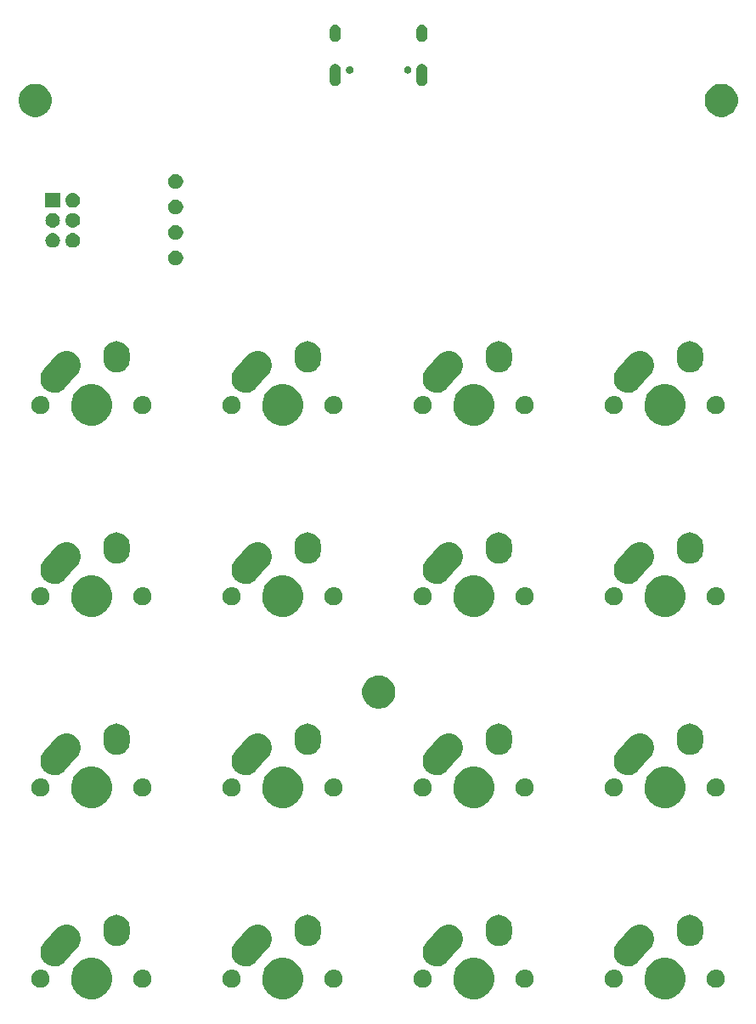
<source format=gbr>
G04 #@! TF.GenerationSoftware,KiCad,Pcbnew,(5.0.2)-1*
G04 #@! TF.CreationDate,2019-10-12T18:51:29+05:30*
G04 #@! TF.ProjectId,steambud_htswp,73746561-6d62-4756-945f-68747377702e,rev?*
G04 #@! TF.SameCoordinates,Original*
G04 #@! TF.FileFunction,Soldermask,Top*
G04 #@! TF.FilePolarity,Negative*
%FSLAX46Y46*%
G04 Gerber Fmt 4.6, Leading zero omitted, Abs format (unit mm)*
G04 Created by KiCad (PCBNEW (5.0.2)-1) date 10/12/2019 6:51:29 PM*
%MOMM*%
%LPD*%
G01*
G04 APERTURE LIST*
%ADD10C,0.100000*%
G04 APERTURE END LIST*
D10*
G36*
X48221472Y-112333684D02*
X48221474Y-112333685D01*
X48221475Y-112333685D01*
X48593623Y-112487833D01*
X48928548Y-112711623D01*
X49213377Y-112996452D01*
X49437167Y-113331377D01*
X49507322Y-113500747D01*
X49591316Y-113703528D01*
X49669900Y-114098594D01*
X49669900Y-114501406D01*
X49595601Y-114874931D01*
X49591315Y-114896475D01*
X49437167Y-115268623D01*
X49213377Y-115603548D01*
X48928548Y-115888377D01*
X48593623Y-116112167D01*
X48221475Y-116266315D01*
X48221474Y-116266315D01*
X48221472Y-116266316D01*
X47826406Y-116344900D01*
X47423594Y-116344900D01*
X47028528Y-116266316D01*
X47028526Y-116266315D01*
X47028525Y-116266315D01*
X46656377Y-116112167D01*
X46321452Y-115888377D01*
X46036623Y-115603548D01*
X45812833Y-115268623D01*
X45658685Y-114896475D01*
X45654400Y-114874931D01*
X45580100Y-114501406D01*
X45580100Y-114098594D01*
X45658684Y-113703528D01*
X45742678Y-113500747D01*
X45812833Y-113331377D01*
X46036623Y-112996452D01*
X46321452Y-112711623D01*
X46656377Y-112487833D01*
X47028525Y-112333685D01*
X47028526Y-112333685D01*
X47028528Y-112333684D01*
X47423594Y-112255100D01*
X47826406Y-112255100D01*
X48221472Y-112333684D01*
X48221472Y-112333684D01*
G37*
G36*
X86321472Y-112333684D02*
X86321474Y-112333685D01*
X86321475Y-112333685D01*
X86693623Y-112487833D01*
X87028548Y-112711623D01*
X87313377Y-112996452D01*
X87537167Y-113331377D01*
X87607322Y-113500747D01*
X87691316Y-113703528D01*
X87769900Y-114098594D01*
X87769900Y-114501406D01*
X87695601Y-114874931D01*
X87691315Y-114896475D01*
X87537167Y-115268623D01*
X87313377Y-115603548D01*
X87028548Y-115888377D01*
X86693623Y-116112167D01*
X86321475Y-116266315D01*
X86321474Y-116266315D01*
X86321472Y-116266316D01*
X85926406Y-116344900D01*
X85523594Y-116344900D01*
X85128528Y-116266316D01*
X85128526Y-116266315D01*
X85128525Y-116266315D01*
X84756377Y-116112167D01*
X84421452Y-115888377D01*
X84136623Y-115603548D01*
X83912833Y-115268623D01*
X83758685Y-114896475D01*
X83754400Y-114874931D01*
X83680100Y-114501406D01*
X83680100Y-114098594D01*
X83758684Y-113703528D01*
X83842678Y-113500747D01*
X83912833Y-113331377D01*
X84136623Y-112996452D01*
X84421452Y-112711623D01*
X84756377Y-112487833D01*
X85128525Y-112333685D01*
X85128526Y-112333685D01*
X85128528Y-112333684D01*
X85523594Y-112255100D01*
X85926406Y-112255100D01*
X86321472Y-112333684D01*
X86321472Y-112333684D01*
G37*
G36*
X105371472Y-112333684D02*
X105371474Y-112333685D01*
X105371475Y-112333685D01*
X105743623Y-112487833D01*
X106078548Y-112711623D01*
X106363377Y-112996452D01*
X106587167Y-113331377D01*
X106657322Y-113500747D01*
X106741316Y-113703528D01*
X106819900Y-114098594D01*
X106819900Y-114501406D01*
X106745601Y-114874931D01*
X106741315Y-114896475D01*
X106587167Y-115268623D01*
X106363377Y-115603548D01*
X106078548Y-115888377D01*
X105743623Y-116112167D01*
X105371475Y-116266315D01*
X105371474Y-116266315D01*
X105371472Y-116266316D01*
X104976406Y-116344900D01*
X104573594Y-116344900D01*
X104178528Y-116266316D01*
X104178526Y-116266315D01*
X104178525Y-116266315D01*
X103806377Y-116112167D01*
X103471452Y-115888377D01*
X103186623Y-115603548D01*
X102962833Y-115268623D01*
X102808685Y-114896475D01*
X102804400Y-114874931D01*
X102730100Y-114501406D01*
X102730100Y-114098594D01*
X102808684Y-113703528D01*
X102892678Y-113500747D01*
X102962833Y-113331377D01*
X103186623Y-112996452D01*
X103471452Y-112711623D01*
X103806377Y-112487833D01*
X104178525Y-112333685D01*
X104178526Y-112333685D01*
X104178528Y-112333684D01*
X104573594Y-112255100D01*
X104976406Y-112255100D01*
X105371472Y-112333684D01*
X105371472Y-112333684D01*
G37*
G36*
X67271472Y-112333684D02*
X67271474Y-112333685D01*
X67271475Y-112333685D01*
X67643623Y-112487833D01*
X67978548Y-112711623D01*
X68263377Y-112996452D01*
X68487167Y-113331377D01*
X68557322Y-113500747D01*
X68641316Y-113703528D01*
X68719900Y-114098594D01*
X68719900Y-114501406D01*
X68645601Y-114874931D01*
X68641315Y-114896475D01*
X68487167Y-115268623D01*
X68263377Y-115603548D01*
X67978548Y-115888377D01*
X67643623Y-116112167D01*
X67271475Y-116266315D01*
X67271474Y-116266315D01*
X67271472Y-116266316D01*
X66876406Y-116344900D01*
X66473594Y-116344900D01*
X66078528Y-116266316D01*
X66078526Y-116266315D01*
X66078525Y-116266315D01*
X65706377Y-116112167D01*
X65371452Y-115888377D01*
X65086623Y-115603548D01*
X64862833Y-115268623D01*
X64708685Y-114896475D01*
X64704400Y-114874931D01*
X64630100Y-114501406D01*
X64630100Y-114098594D01*
X64708684Y-113703528D01*
X64792678Y-113500747D01*
X64862833Y-113331377D01*
X65086623Y-112996452D01*
X65371452Y-112711623D01*
X65706377Y-112487833D01*
X66078525Y-112333685D01*
X66078526Y-112333685D01*
X66078528Y-112333684D01*
X66473594Y-112255100D01*
X66876406Y-112255100D01*
X67271472Y-112333684D01*
X67271472Y-112333684D01*
G37*
G36*
X80849993Y-113421206D02*
X80908075Y-113432759D01*
X80956149Y-113452672D01*
X81072210Y-113500746D01*
X81219931Y-113599450D01*
X81345550Y-113725069D01*
X81444254Y-113872790D01*
X81512241Y-114036926D01*
X81546900Y-114211169D01*
X81546900Y-114388831D01*
X81512241Y-114563074D01*
X81444254Y-114727210D01*
X81345550Y-114874931D01*
X81219931Y-115000550D01*
X81072210Y-115099254D01*
X80956149Y-115147328D01*
X80908075Y-115167241D01*
X80849993Y-115178794D01*
X80733831Y-115201900D01*
X80556169Y-115201900D01*
X80440007Y-115178794D01*
X80381925Y-115167241D01*
X80333851Y-115147328D01*
X80217790Y-115099254D01*
X80070069Y-115000550D01*
X79944450Y-114874931D01*
X79845746Y-114727210D01*
X79777759Y-114563074D01*
X79743100Y-114388831D01*
X79743100Y-114211169D01*
X79777759Y-114036926D01*
X79845746Y-113872790D01*
X79944450Y-113725069D01*
X80070069Y-113599450D01*
X80217790Y-113500746D01*
X80333851Y-113452672D01*
X80381925Y-113432759D01*
X80440007Y-113421206D01*
X80556169Y-113398100D01*
X80733831Y-113398100D01*
X80849993Y-113421206D01*
X80849993Y-113421206D01*
G37*
G36*
X52909993Y-113421206D02*
X52968075Y-113432759D01*
X53016149Y-113452672D01*
X53132210Y-113500746D01*
X53279931Y-113599450D01*
X53405550Y-113725069D01*
X53504254Y-113872790D01*
X53572241Y-114036926D01*
X53606900Y-114211169D01*
X53606900Y-114388831D01*
X53572241Y-114563074D01*
X53504254Y-114727210D01*
X53405550Y-114874931D01*
X53279931Y-115000550D01*
X53132210Y-115099254D01*
X53016149Y-115147328D01*
X52968075Y-115167241D01*
X52909993Y-115178794D01*
X52793831Y-115201900D01*
X52616169Y-115201900D01*
X52500007Y-115178794D01*
X52441925Y-115167241D01*
X52393851Y-115147328D01*
X52277790Y-115099254D01*
X52130069Y-115000550D01*
X52004450Y-114874931D01*
X51905746Y-114727210D01*
X51837759Y-114563074D01*
X51803100Y-114388831D01*
X51803100Y-114211169D01*
X51837759Y-114036926D01*
X51905746Y-113872790D01*
X52004450Y-113725069D01*
X52130069Y-113599450D01*
X52277790Y-113500746D01*
X52393851Y-113452672D01*
X52441925Y-113432759D01*
X52500007Y-113421206D01*
X52616169Y-113398100D01*
X52793831Y-113398100D01*
X52909993Y-113421206D01*
X52909993Y-113421206D01*
G37*
G36*
X42749993Y-113421206D02*
X42808075Y-113432759D01*
X42856149Y-113452672D01*
X42972210Y-113500746D01*
X43119931Y-113599450D01*
X43245550Y-113725069D01*
X43344254Y-113872790D01*
X43412241Y-114036926D01*
X43446900Y-114211169D01*
X43446900Y-114388831D01*
X43412241Y-114563074D01*
X43344254Y-114727210D01*
X43245550Y-114874931D01*
X43119931Y-115000550D01*
X42972210Y-115099254D01*
X42856149Y-115147328D01*
X42808075Y-115167241D01*
X42749993Y-115178794D01*
X42633831Y-115201900D01*
X42456169Y-115201900D01*
X42340007Y-115178794D01*
X42281925Y-115167241D01*
X42233851Y-115147328D01*
X42117790Y-115099254D01*
X41970069Y-115000550D01*
X41844450Y-114874931D01*
X41745746Y-114727210D01*
X41677759Y-114563074D01*
X41643100Y-114388831D01*
X41643100Y-114211169D01*
X41677759Y-114036926D01*
X41745746Y-113872790D01*
X41844450Y-113725069D01*
X41970069Y-113599450D01*
X42117790Y-113500746D01*
X42233851Y-113452672D01*
X42281925Y-113432759D01*
X42340007Y-113421206D01*
X42456169Y-113398100D01*
X42633831Y-113398100D01*
X42749993Y-113421206D01*
X42749993Y-113421206D01*
G37*
G36*
X61799993Y-113421206D02*
X61858075Y-113432759D01*
X61906149Y-113452672D01*
X62022210Y-113500746D01*
X62169931Y-113599450D01*
X62295550Y-113725069D01*
X62394254Y-113872790D01*
X62462241Y-114036926D01*
X62496900Y-114211169D01*
X62496900Y-114388831D01*
X62462241Y-114563074D01*
X62394254Y-114727210D01*
X62295550Y-114874931D01*
X62169931Y-115000550D01*
X62022210Y-115099254D01*
X61906149Y-115147328D01*
X61858075Y-115167241D01*
X61799993Y-115178794D01*
X61683831Y-115201900D01*
X61506169Y-115201900D01*
X61390007Y-115178794D01*
X61331925Y-115167241D01*
X61283851Y-115147328D01*
X61167790Y-115099254D01*
X61020069Y-115000550D01*
X60894450Y-114874931D01*
X60795746Y-114727210D01*
X60727759Y-114563074D01*
X60693100Y-114388831D01*
X60693100Y-114211169D01*
X60727759Y-114036926D01*
X60795746Y-113872790D01*
X60894450Y-113725069D01*
X61020069Y-113599450D01*
X61167790Y-113500746D01*
X61283851Y-113452672D01*
X61331925Y-113432759D01*
X61390007Y-113421206D01*
X61506169Y-113398100D01*
X61683831Y-113398100D01*
X61799993Y-113421206D01*
X61799993Y-113421206D01*
G37*
G36*
X71959993Y-113421206D02*
X72018075Y-113432759D01*
X72066149Y-113452672D01*
X72182210Y-113500746D01*
X72329931Y-113599450D01*
X72455550Y-113725069D01*
X72554254Y-113872790D01*
X72622241Y-114036926D01*
X72656900Y-114211169D01*
X72656900Y-114388831D01*
X72622241Y-114563074D01*
X72554254Y-114727210D01*
X72455550Y-114874931D01*
X72329931Y-115000550D01*
X72182210Y-115099254D01*
X72066149Y-115147328D01*
X72018075Y-115167241D01*
X71959993Y-115178794D01*
X71843831Y-115201900D01*
X71666169Y-115201900D01*
X71550007Y-115178794D01*
X71491925Y-115167241D01*
X71443851Y-115147328D01*
X71327790Y-115099254D01*
X71180069Y-115000550D01*
X71054450Y-114874931D01*
X70955746Y-114727210D01*
X70887759Y-114563074D01*
X70853100Y-114388831D01*
X70853100Y-114211169D01*
X70887759Y-114036926D01*
X70955746Y-113872790D01*
X71054450Y-113725069D01*
X71180069Y-113599450D01*
X71327790Y-113500746D01*
X71443851Y-113452672D01*
X71491925Y-113432759D01*
X71550007Y-113421206D01*
X71666169Y-113398100D01*
X71843831Y-113398100D01*
X71959993Y-113421206D01*
X71959993Y-113421206D01*
G37*
G36*
X91009993Y-113421206D02*
X91068075Y-113432759D01*
X91116149Y-113452672D01*
X91232210Y-113500746D01*
X91379931Y-113599450D01*
X91505550Y-113725069D01*
X91604254Y-113872790D01*
X91672241Y-114036926D01*
X91706900Y-114211169D01*
X91706900Y-114388831D01*
X91672241Y-114563074D01*
X91604254Y-114727210D01*
X91505550Y-114874931D01*
X91379931Y-115000550D01*
X91232210Y-115099254D01*
X91116149Y-115147328D01*
X91068075Y-115167241D01*
X91009993Y-115178794D01*
X90893831Y-115201900D01*
X90716169Y-115201900D01*
X90600007Y-115178794D01*
X90541925Y-115167241D01*
X90493851Y-115147328D01*
X90377790Y-115099254D01*
X90230069Y-115000550D01*
X90104450Y-114874931D01*
X90005746Y-114727210D01*
X89937759Y-114563074D01*
X89903100Y-114388831D01*
X89903100Y-114211169D01*
X89937759Y-114036926D01*
X90005746Y-113872790D01*
X90104450Y-113725069D01*
X90230069Y-113599450D01*
X90377790Y-113500746D01*
X90493851Y-113452672D01*
X90541925Y-113432759D01*
X90600007Y-113421206D01*
X90716169Y-113398100D01*
X90893831Y-113398100D01*
X91009993Y-113421206D01*
X91009993Y-113421206D01*
G37*
G36*
X110059993Y-113421206D02*
X110118075Y-113432759D01*
X110166149Y-113452672D01*
X110282210Y-113500746D01*
X110429931Y-113599450D01*
X110555550Y-113725069D01*
X110654254Y-113872790D01*
X110722241Y-114036926D01*
X110756900Y-114211169D01*
X110756900Y-114388831D01*
X110722241Y-114563074D01*
X110654254Y-114727210D01*
X110555550Y-114874931D01*
X110429931Y-115000550D01*
X110282210Y-115099254D01*
X110166149Y-115147328D01*
X110118075Y-115167241D01*
X110059993Y-115178794D01*
X109943831Y-115201900D01*
X109766169Y-115201900D01*
X109650007Y-115178794D01*
X109591925Y-115167241D01*
X109543851Y-115147328D01*
X109427790Y-115099254D01*
X109280069Y-115000550D01*
X109154450Y-114874931D01*
X109055746Y-114727210D01*
X108987759Y-114563074D01*
X108953100Y-114388831D01*
X108953100Y-114211169D01*
X108987759Y-114036926D01*
X109055746Y-113872790D01*
X109154450Y-113725069D01*
X109280069Y-113599450D01*
X109427790Y-113500746D01*
X109543851Y-113452672D01*
X109591925Y-113432759D01*
X109650007Y-113421206D01*
X109766169Y-113398100D01*
X109943831Y-113398100D01*
X110059993Y-113421206D01*
X110059993Y-113421206D01*
G37*
G36*
X99899993Y-113421206D02*
X99958075Y-113432759D01*
X100006149Y-113452672D01*
X100122210Y-113500746D01*
X100269931Y-113599450D01*
X100395550Y-113725069D01*
X100494254Y-113872790D01*
X100562241Y-114036926D01*
X100596900Y-114211169D01*
X100596900Y-114388831D01*
X100562241Y-114563074D01*
X100494254Y-114727210D01*
X100395550Y-114874931D01*
X100269931Y-115000550D01*
X100122210Y-115099254D01*
X100006149Y-115147328D01*
X99958075Y-115167241D01*
X99899993Y-115178794D01*
X99783831Y-115201900D01*
X99606169Y-115201900D01*
X99490007Y-115178794D01*
X99431925Y-115167241D01*
X99383851Y-115147328D01*
X99267790Y-115099254D01*
X99120069Y-115000550D01*
X98994450Y-114874931D01*
X98895746Y-114727210D01*
X98827759Y-114563074D01*
X98793100Y-114388831D01*
X98793100Y-114211169D01*
X98827759Y-114036926D01*
X98895746Y-113872790D01*
X98994450Y-113725069D01*
X99120069Y-113599450D01*
X99267790Y-113500746D01*
X99383851Y-113452672D01*
X99431925Y-113432759D01*
X99490007Y-113421206D01*
X99606169Y-113398100D01*
X99783831Y-113398100D01*
X99899993Y-113421206D01*
X99899993Y-113421206D01*
G37*
G36*
X45204809Y-108921734D02*
X45293112Y-108924238D01*
X45370990Y-108942039D01*
X45562145Y-108985732D01*
X45658199Y-109028749D01*
X45814014Y-109098530D01*
X46039037Y-109258298D01*
X46039041Y-109258301D01*
X46228566Y-109458894D01*
X46375321Y-109692613D01*
X46421576Y-109813904D01*
X46473659Y-109950472D01*
X46489039Y-110041168D01*
X46519802Y-110222558D01*
X46514796Y-110399000D01*
X46511976Y-110498421D01*
X46511975Y-110498424D01*
X46450482Y-110767454D01*
X46450481Y-110767456D01*
X46337684Y-111019324D01*
X46291944Y-111083745D01*
X46217950Y-111187961D01*
X44946743Y-112650318D01*
X44803208Y-112785934D01*
X44796413Y-112792354D01*
X44709448Y-112846960D01*
X44562695Y-112939107D01*
X44304835Y-113037446D01*
X44032753Y-113083588D01*
X43896991Y-113079736D01*
X43756888Y-113075762D01*
X43716348Y-113066495D01*
X43487854Y-113014269D01*
X43281630Y-112921912D01*
X43235985Y-112901470D01*
X43010962Y-112741702D01*
X43010959Y-112741700D01*
X42821433Y-112541106D01*
X42674679Y-112307387D01*
X42576340Y-112049527D01*
X42530198Y-111777445D01*
X42535204Y-111601000D01*
X42538024Y-111501580D01*
X42549144Y-111452931D01*
X42599517Y-111232546D01*
X42712315Y-110980680D01*
X42712316Y-110980677D01*
X42832050Y-110812039D01*
X42947275Y-110679488D01*
X43607041Y-109920512D01*
X44103252Y-109349686D01*
X44103256Y-109349682D01*
X44253584Y-109207648D01*
X44487304Y-109060893D01*
X44595586Y-109019599D01*
X44745162Y-108962555D01*
X44835858Y-108947175D01*
X45017248Y-108916412D01*
X45204809Y-108921734D01*
X45204809Y-108921734D01*
G37*
G36*
X64254809Y-108921734D02*
X64343112Y-108924238D01*
X64420990Y-108942039D01*
X64612145Y-108985732D01*
X64708199Y-109028749D01*
X64864014Y-109098530D01*
X65089037Y-109258298D01*
X65089041Y-109258301D01*
X65278566Y-109458894D01*
X65425321Y-109692613D01*
X65471576Y-109813904D01*
X65523659Y-109950472D01*
X65539039Y-110041168D01*
X65569802Y-110222558D01*
X65564796Y-110399000D01*
X65561976Y-110498421D01*
X65561975Y-110498424D01*
X65500482Y-110767454D01*
X65500481Y-110767456D01*
X65387684Y-111019324D01*
X65341944Y-111083745D01*
X65267950Y-111187961D01*
X63996743Y-112650318D01*
X63853208Y-112785934D01*
X63846413Y-112792354D01*
X63759448Y-112846960D01*
X63612695Y-112939107D01*
X63354835Y-113037446D01*
X63082753Y-113083588D01*
X62946991Y-113079736D01*
X62806888Y-113075762D01*
X62766348Y-113066495D01*
X62537854Y-113014269D01*
X62331630Y-112921912D01*
X62285985Y-112901470D01*
X62060962Y-112741702D01*
X62060959Y-112741700D01*
X61871433Y-112541106D01*
X61724679Y-112307387D01*
X61626340Y-112049527D01*
X61580198Y-111777445D01*
X61585204Y-111601000D01*
X61588024Y-111501580D01*
X61599144Y-111452931D01*
X61649517Y-111232546D01*
X61762315Y-110980680D01*
X61762316Y-110980677D01*
X61882050Y-110812039D01*
X61997275Y-110679488D01*
X62657041Y-109920512D01*
X63153252Y-109349686D01*
X63153256Y-109349682D01*
X63303584Y-109207648D01*
X63537304Y-109060893D01*
X63645586Y-109019599D01*
X63795162Y-108962555D01*
X63885858Y-108947175D01*
X64067248Y-108916412D01*
X64254809Y-108921734D01*
X64254809Y-108921734D01*
G37*
G36*
X83304809Y-108921734D02*
X83393112Y-108924238D01*
X83470990Y-108942039D01*
X83662145Y-108985732D01*
X83758199Y-109028749D01*
X83914014Y-109098530D01*
X84139037Y-109258298D01*
X84139041Y-109258301D01*
X84328566Y-109458894D01*
X84475321Y-109692613D01*
X84521576Y-109813904D01*
X84573659Y-109950472D01*
X84589039Y-110041168D01*
X84619802Y-110222558D01*
X84614796Y-110399000D01*
X84611976Y-110498421D01*
X84611975Y-110498424D01*
X84550482Y-110767454D01*
X84550481Y-110767456D01*
X84437684Y-111019324D01*
X84391944Y-111083745D01*
X84317950Y-111187961D01*
X83046743Y-112650318D01*
X82903208Y-112785934D01*
X82896413Y-112792354D01*
X82809448Y-112846960D01*
X82662695Y-112939107D01*
X82404835Y-113037446D01*
X82132753Y-113083588D01*
X81996991Y-113079736D01*
X81856888Y-113075762D01*
X81816348Y-113066495D01*
X81587854Y-113014269D01*
X81381630Y-112921912D01*
X81335985Y-112901470D01*
X81110962Y-112741702D01*
X81110959Y-112741700D01*
X80921433Y-112541106D01*
X80774679Y-112307387D01*
X80676340Y-112049527D01*
X80630198Y-111777445D01*
X80635204Y-111601000D01*
X80638024Y-111501580D01*
X80649144Y-111452931D01*
X80699517Y-111232546D01*
X80812315Y-110980680D01*
X80812316Y-110980677D01*
X80932050Y-110812039D01*
X81047275Y-110679488D01*
X81707041Y-109920512D01*
X82203252Y-109349686D01*
X82203256Y-109349682D01*
X82353584Y-109207648D01*
X82587304Y-109060893D01*
X82695586Y-109019599D01*
X82845162Y-108962555D01*
X82935858Y-108947175D01*
X83117248Y-108916412D01*
X83304809Y-108921734D01*
X83304809Y-108921734D01*
G37*
G36*
X102354809Y-108921734D02*
X102443112Y-108924238D01*
X102520990Y-108942039D01*
X102712145Y-108985732D01*
X102808199Y-109028749D01*
X102964014Y-109098530D01*
X103189037Y-109258298D01*
X103189041Y-109258301D01*
X103378566Y-109458894D01*
X103525321Y-109692613D01*
X103571576Y-109813904D01*
X103623659Y-109950472D01*
X103639039Y-110041168D01*
X103669802Y-110222558D01*
X103664796Y-110399000D01*
X103661976Y-110498421D01*
X103661975Y-110498424D01*
X103600482Y-110767454D01*
X103600481Y-110767456D01*
X103487684Y-111019324D01*
X103441944Y-111083745D01*
X103367950Y-111187961D01*
X102096743Y-112650318D01*
X101953208Y-112785934D01*
X101946413Y-112792354D01*
X101859448Y-112846960D01*
X101712695Y-112939107D01*
X101454835Y-113037446D01*
X101182753Y-113083588D01*
X101046991Y-113079736D01*
X100906888Y-113075762D01*
X100866348Y-113066495D01*
X100637854Y-113014269D01*
X100431630Y-112921912D01*
X100385985Y-112901470D01*
X100160962Y-112741702D01*
X100160959Y-112741700D01*
X99971433Y-112541106D01*
X99824679Y-112307387D01*
X99726340Y-112049527D01*
X99680198Y-111777445D01*
X99685204Y-111601000D01*
X99688024Y-111501580D01*
X99699144Y-111452931D01*
X99749517Y-111232546D01*
X99862315Y-110980680D01*
X99862316Y-110980677D01*
X99982050Y-110812039D01*
X100097275Y-110679488D01*
X100757041Y-109920512D01*
X101253252Y-109349686D01*
X101253256Y-109349682D01*
X101403584Y-109207648D01*
X101637304Y-109060893D01*
X101745586Y-109019599D01*
X101895162Y-108962555D01*
X101985858Y-108947175D01*
X102167248Y-108916412D01*
X102354809Y-108921734D01*
X102354809Y-108921734D01*
G37*
G36*
X50380040Y-107967825D02*
X50625280Y-108042218D01*
X50625282Y-108042219D01*
X50851296Y-108163026D01*
X51049397Y-108325603D01*
X51211976Y-108523706D01*
X51332780Y-108749716D01*
X51332781Y-108749719D01*
X51332782Y-108749721D01*
X51407175Y-108994961D01*
X51426000Y-109186096D01*
X51426000Y-109813905D01*
X51407175Y-110005040D01*
X51332782Y-110250280D01*
X51211976Y-110476293D01*
X51211974Y-110476295D01*
X51049396Y-110674397D01*
X50851295Y-110836974D01*
X50851293Y-110836975D01*
X50625279Y-110957782D01*
X50380039Y-111032175D01*
X50125000Y-111057294D01*
X49869960Y-111032175D01*
X49624720Y-110957782D01*
X49398706Y-110836975D01*
X49313995Y-110767454D01*
X49200603Y-110674396D01*
X49038026Y-110476295D01*
X48917219Y-110250281D01*
X48893431Y-110171863D01*
X48842825Y-110005039D01*
X48824000Y-109813904D01*
X48824000Y-109186095D01*
X48842825Y-108994960D01*
X48917218Y-108749720D01*
X49038025Y-108523706D01*
X49052602Y-108505944D01*
X49200604Y-108325603D01*
X49398705Y-108163026D01*
X49624719Y-108042219D01*
X49624721Y-108042218D01*
X49869961Y-107967825D01*
X50125000Y-107942706D01*
X50380040Y-107967825D01*
X50380040Y-107967825D01*
G37*
G36*
X69430040Y-107967825D02*
X69675280Y-108042218D01*
X69675282Y-108042219D01*
X69901296Y-108163026D01*
X70099397Y-108325603D01*
X70261976Y-108523706D01*
X70382780Y-108749716D01*
X70382781Y-108749719D01*
X70382782Y-108749721D01*
X70457175Y-108994961D01*
X70476000Y-109186096D01*
X70476000Y-109813905D01*
X70457175Y-110005040D01*
X70382782Y-110250280D01*
X70261976Y-110476293D01*
X70261974Y-110476295D01*
X70099396Y-110674397D01*
X69901295Y-110836974D01*
X69901293Y-110836975D01*
X69675279Y-110957782D01*
X69430039Y-111032175D01*
X69175000Y-111057294D01*
X68919960Y-111032175D01*
X68674720Y-110957782D01*
X68448706Y-110836975D01*
X68363995Y-110767454D01*
X68250603Y-110674396D01*
X68088026Y-110476295D01*
X67967219Y-110250281D01*
X67943431Y-110171863D01*
X67892825Y-110005039D01*
X67874000Y-109813904D01*
X67874000Y-109186095D01*
X67892825Y-108994960D01*
X67967218Y-108749720D01*
X68088025Y-108523706D01*
X68102602Y-108505944D01*
X68250604Y-108325603D01*
X68448705Y-108163026D01*
X68674719Y-108042219D01*
X68674721Y-108042218D01*
X68919961Y-107967825D01*
X69175000Y-107942706D01*
X69430040Y-107967825D01*
X69430040Y-107967825D01*
G37*
G36*
X88480040Y-107967825D02*
X88725280Y-108042218D01*
X88725282Y-108042219D01*
X88951296Y-108163026D01*
X89149397Y-108325603D01*
X89311976Y-108523706D01*
X89432780Y-108749716D01*
X89432781Y-108749719D01*
X89432782Y-108749721D01*
X89507175Y-108994961D01*
X89526000Y-109186096D01*
X89526000Y-109813905D01*
X89507175Y-110005040D01*
X89432782Y-110250280D01*
X89311976Y-110476293D01*
X89311974Y-110476295D01*
X89149396Y-110674397D01*
X88951295Y-110836974D01*
X88951293Y-110836975D01*
X88725279Y-110957782D01*
X88480039Y-111032175D01*
X88225000Y-111057294D01*
X87969960Y-111032175D01*
X87724720Y-110957782D01*
X87498706Y-110836975D01*
X87413995Y-110767454D01*
X87300603Y-110674396D01*
X87138026Y-110476295D01*
X87017219Y-110250281D01*
X86993431Y-110171863D01*
X86942825Y-110005039D01*
X86924000Y-109813904D01*
X86924000Y-109186095D01*
X86942825Y-108994960D01*
X87017218Y-108749720D01*
X87138025Y-108523706D01*
X87152602Y-108505944D01*
X87300604Y-108325603D01*
X87498705Y-108163026D01*
X87724719Y-108042219D01*
X87724721Y-108042218D01*
X87969961Y-107967825D01*
X88225000Y-107942706D01*
X88480040Y-107967825D01*
X88480040Y-107967825D01*
G37*
G36*
X107530040Y-107967825D02*
X107775280Y-108042218D01*
X107775282Y-108042219D01*
X108001296Y-108163026D01*
X108199397Y-108325603D01*
X108361976Y-108523706D01*
X108482780Y-108749716D01*
X108482781Y-108749719D01*
X108482782Y-108749721D01*
X108557175Y-108994961D01*
X108576000Y-109186096D01*
X108576000Y-109813905D01*
X108557175Y-110005040D01*
X108482782Y-110250280D01*
X108361976Y-110476293D01*
X108361974Y-110476295D01*
X108199396Y-110674397D01*
X108001295Y-110836974D01*
X108001293Y-110836975D01*
X107775279Y-110957782D01*
X107530039Y-111032175D01*
X107275000Y-111057294D01*
X107019960Y-111032175D01*
X106774720Y-110957782D01*
X106548706Y-110836975D01*
X106463995Y-110767454D01*
X106350603Y-110674396D01*
X106188026Y-110476295D01*
X106067219Y-110250281D01*
X106043431Y-110171863D01*
X105992825Y-110005039D01*
X105974000Y-109813904D01*
X105974000Y-109186095D01*
X105992825Y-108994960D01*
X106067218Y-108749720D01*
X106188025Y-108523706D01*
X106202602Y-108505944D01*
X106350604Y-108325603D01*
X106548705Y-108163026D01*
X106774719Y-108042219D01*
X106774721Y-108042218D01*
X107019961Y-107967825D01*
X107275000Y-107942706D01*
X107530040Y-107967825D01*
X107530040Y-107967825D01*
G37*
G36*
X86321472Y-93283684D02*
X86321474Y-93283685D01*
X86321475Y-93283685D01*
X86693623Y-93437833D01*
X87028548Y-93661623D01*
X87313377Y-93946452D01*
X87537167Y-94281377D01*
X87607322Y-94450747D01*
X87691316Y-94653528D01*
X87769900Y-95048594D01*
X87769900Y-95451406D01*
X87695601Y-95824931D01*
X87691315Y-95846475D01*
X87537167Y-96218623D01*
X87313377Y-96553548D01*
X87028548Y-96838377D01*
X86693623Y-97062167D01*
X86321475Y-97216315D01*
X86321474Y-97216315D01*
X86321472Y-97216316D01*
X85926406Y-97294900D01*
X85523594Y-97294900D01*
X85128528Y-97216316D01*
X85128526Y-97216315D01*
X85128525Y-97216315D01*
X84756377Y-97062167D01*
X84421452Y-96838377D01*
X84136623Y-96553548D01*
X83912833Y-96218623D01*
X83758685Y-95846475D01*
X83754400Y-95824931D01*
X83680100Y-95451406D01*
X83680100Y-95048594D01*
X83758684Y-94653528D01*
X83842678Y-94450747D01*
X83912833Y-94281377D01*
X84136623Y-93946452D01*
X84421452Y-93661623D01*
X84756377Y-93437833D01*
X85128525Y-93283685D01*
X85128526Y-93283685D01*
X85128528Y-93283684D01*
X85523594Y-93205100D01*
X85926406Y-93205100D01*
X86321472Y-93283684D01*
X86321472Y-93283684D01*
G37*
G36*
X67271472Y-93283684D02*
X67271474Y-93283685D01*
X67271475Y-93283685D01*
X67643623Y-93437833D01*
X67978548Y-93661623D01*
X68263377Y-93946452D01*
X68487167Y-94281377D01*
X68557322Y-94450747D01*
X68641316Y-94653528D01*
X68719900Y-95048594D01*
X68719900Y-95451406D01*
X68645601Y-95824931D01*
X68641315Y-95846475D01*
X68487167Y-96218623D01*
X68263377Y-96553548D01*
X67978548Y-96838377D01*
X67643623Y-97062167D01*
X67271475Y-97216315D01*
X67271474Y-97216315D01*
X67271472Y-97216316D01*
X66876406Y-97294900D01*
X66473594Y-97294900D01*
X66078528Y-97216316D01*
X66078526Y-97216315D01*
X66078525Y-97216315D01*
X65706377Y-97062167D01*
X65371452Y-96838377D01*
X65086623Y-96553548D01*
X64862833Y-96218623D01*
X64708685Y-95846475D01*
X64704400Y-95824931D01*
X64630100Y-95451406D01*
X64630100Y-95048594D01*
X64708684Y-94653528D01*
X64792678Y-94450747D01*
X64862833Y-94281377D01*
X65086623Y-93946452D01*
X65371452Y-93661623D01*
X65706377Y-93437833D01*
X66078525Y-93283685D01*
X66078526Y-93283685D01*
X66078528Y-93283684D01*
X66473594Y-93205100D01*
X66876406Y-93205100D01*
X67271472Y-93283684D01*
X67271472Y-93283684D01*
G37*
G36*
X105371472Y-93283684D02*
X105371474Y-93283685D01*
X105371475Y-93283685D01*
X105743623Y-93437833D01*
X106078548Y-93661623D01*
X106363377Y-93946452D01*
X106587167Y-94281377D01*
X106657322Y-94450747D01*
X106741316Y-94653528D01*
X106819900Y-95048594D01*
X106819900Y-95451406D01*
X106745601Y-95824931D01*
X106741315Y-95846475D01*
X106587167Y-96218623D01*
X106363377Y-96553548D01*
X106078548Y-96838377D01*
X105743623Y-97062167D01*
X105371475Y-97216315D01*
X105371474Y-97216315D01*
X105371472Y-97216316D01*
X104976406Y-97294900D01*
X104573594Y-97294900D01*
X104178528Y-97216316D01*
X104178526Y-97216315D01*
X104178525Y-97216315D01*
X103806377Y-97062167D01*
X103471452Y-96838377D01*
X103186623Y-96553548D01*
X102962833Y-96218623D01*
X102808685Y-95846475D01*
X102804400Y-95824931D01*
X102730100Y-95451406D01*
X102730100Y-95048594D01*
X102808684Y-94653528D01*
X102892678Y-94450747D01*
X102962833Y-94281377D01*
X103186623Y-93946452D01*
X103471452Y-93661623D01*
X103806377Y-93437833D01*
X104178525Y-93283685D01*
X104178526Y-93283685D01*
X104178528Y-93283684D01*
X104573594Y-93205100D01*
X104976406Y-93205100D01*
X105371472Y-93283684D01*
X105371472Y-93283684D01*
G37*
G36*
X48221472Y-93283684D02*
X48221474Y-93283685D01*
X48221475Y-93283685D01*
X48593623Y-93437833D01*
X48928548Y-93661623D01*
X49213377Y-93946452D01*
X49437167Y-94281377D01*
X49507322Y-94450747D01*
X49591316Y-94653528D01*
X49669900Y-95048594D01*
X49669900Y-95451406D01*
X49595601Y-95824931D01*
X49591315Y-95846475D01*
X49437167Y-96218623D01*
X49213377Y-96553548D01*
X48928548Y-96838377D01*
X48593623Y-97062167D01*
X48221475Y-97216315D01*
X48221474Y-97216315D01*
X48221472Y-97216316D01*
X47826406Y-97294900D01*
X47423594Y-97294900D01*
X47028528Y-97216316D01*
X47028526Y-97216315D01*
X47028525Y-97216315D01*
X46656377Y-97062167D01*
X46321452Y-96838377D01*
X46036623Y-96553548D01*
X45812833Y-96218623D01*
X45658685Y-95846475D01*
X45654400Y-95824931D01*
X45580100Y-95451406D01*
X45580100Y-95048594D01*
X45658684Y-94653528D01*
X45742678Y-94450747D01*
X45812833Y-94281377D01*
X46036623Y-93946452D01*
X46321452Y-93661623D01*
X46656377Y-93437833D01*
X47028525Y-93283685D01*
X47028526Y-93283685D01*
X47028528Y-93283684D01*
X47423594Y-93205100D01*
X47826406Y-93205100D01*
X48221472Y-93283684D01*
X48221472Y-93283684D01*
G37*
G36*
X52909993Y-94371206D02*
X52968075Y-94382759D01*
X53016149Y-94402672D01*
X53132210Y-94450746D01*
X53279931Y-94549450D01*
X53405550Y-94675069D01*
X53504254Y-94822790D01*
X53572241Y-94986926D01*
X53606900Y-95161169D01*
X53606900Y-95338831D01*
X53572241Y-95513074D01*
X53504254Y-95677210D01*
X53405550Y-95824931D01*
X53279931Y-95950550D01*
X53132210Y-96049254D01*
X53016149Y-96097328D01*
X52968075Y-96117241D01*
X52909993Y-96128794D01*
X52793831Y-96151900D01*
X52616169Y-96151900D01*
X52500007Y-96128794D01*
X52441925Y-96117241D01*
X52393851Y-96097328D01*
X52277790Y-96049254D01*
X52130069Y-95950550D01*
X52004450Y-95824931D01*
X51905746Y-95677210D01*
X51837759Y-95513074D01*
X51803100Y-95338831D01*
X51803100Y-95161169D01*
X51837759Y-94986926D01*
X51905746Y-94822790D01*
X52004450Y-94675069D01*
X52130069Y-94549450D01*
X52277790Y-94450746D01*
X52393851Y-94402672D01*
X52441925Y-94382759D01*
X52500007Y-94371206D01*
X52616169Y-94348100D01*
X52793831Y-94348100D01*
X52909993Y-94371206D01*
X52909993Y-94371206D01*
G37*
G36*
X91009993Y-94371206D02*
X91068075Y-94382759D01*
X91116149Y-94402672D01*
X91232210Y-94450746D01*
X91379931Y-94549450D01*
X91505550Y-94675069D01*
X91604254Y-94822790D01*
X91672241Y-94986926D01*
X91706900Y-95161169D01*
X91706900Y-95338831D01*
X91672241Y-95513074D01*
X91604254Y-95677210D01*
X91505550Y-95824931D01*
X91379931Y-95950550D01*
X91232210Y-96049254D01*
X91116149Y-96097328D01*
X91068075Y-96117241D01*
X91009993Y-96128794D01*
X90893831Y-96151900D01*
X90716169Y-96151900D01*
X90600007Y-96128794D01*
X90541925Y-96117241D01*
X90493851Y-96097328D01*
X90377790Y-96049254D01*
X90230069Y-95950550D01*
X90104450Y-95824931D01*
X90005746Y-95677210D01*
X89937759Y-95513074D01*
X89903100Y-95338831D01*
X89903100Y-95161169D01*
X89937759Y-94986926D01*
X90005746Y-94822790D01*
X90104450Y-94675069D01*
X90230069Y-94549450D01*
X90377790Y-94450746D01*
X90493851Y-94402672D01*
X90541925Y-94382759D01*
X90600007Y-94371206D01*
X90716169Y-94348100D01*
X90893831Y-94348100D01*
X91009993Y-94371206D01*
X91009993Y-94371206D01*
G37*
G36*
X71959993Y-94371206D02*
X72018075Y-94382759D01*
X72066149Y-94402672D01*
X72182210Y-94450746D01*
X72329931Y-94549450D01*
X72455550Y-94675069D01*
X72554254Y-94822790D01*
X72622241Y-94986926D01*
X72656900Y-95161169D01*
X72656900Y-95338831D01*
X72622241Y-95513074D01*
X72554254Y-95677210D01*
X72455550Y-95824931D01*
X72329931Y-95950550D01*
X72182210Y-96049254D01*
X72066149Y-96097328D01*
X72018075Y-96117241D01*
X71959993Y-96128794D01*
X71843831Y-96151900D01*
X71666169Y-96151900D01*
X71550007Y-96128794D01*
X71491925Y-96117241D01*
X71443851Y-96097328D01*
X71327790Y-96049254D01*
X71180069Y-95950550D01*
X71054450Y-95824931D01*
X70955746Y-95677210D01*
X70887759Y-95513074D01*
X70853100Y-95338831D01*
X70853100Y-95161169D01*
X70887759Y-94986926D01*
X70955746Y-94822790D01*
X71054450Y-94675069D01*
X71180069Y-94549450D01*
X71327790Y-94450746D01*
X71443851Y-94402672D01*
X71491925Y-94382759D01*
X71550007Y-94371206D01*
X71666169Y-94348100D01*
X71843831Y-94348100D01*
X71959993Y-94371206D01*
X71959993Y-94371206D01*
G37*
G36*
X61799993Y-94371206D02*
X61858075Y-94382759D01*
X61906149Y-94402672D01*
X62022210Y-94450746D01*
X62169931Y-94549450D01*
X62295550Y-94675069D01*
X62394254Y-94822790D01*
X62462241Y-94986926D01*
X62496900Y-95161169D01*
X62496900Y-95338831D01*
X62462241Y-95513074D01*
X62394254Y-95677210D01*
X62295550Y-95824931D01*
X62169931Y-95950550D01*
X62022210Y-96049254D01*
X61906149Y-96097328D01*
X61858075Y-96117241D01*
X61799993Y-96128794D01*
X61683831Y-96151900D01*
X61506169Y-96151900D01*
X61390007Y-96128794D01*
X61331925Y-96117241D01*
X61283851Y-96097328D01*
X61167790Y-96049254D01*
X61020069Y-95950550D01*
X60894450Y-95824931D01*
X60795746Y-95677210D01*
X60727759Y-95513074D01*
X60693100Y-95338831D01*
X60693100Y-95161169D01*
X60727759Y-94986926D01*
X60795746Y-94822790D01*
X60894450Y-94675069D01*
X61020069Y-94549450D01*
X61167790Y-94450746D01*
X61283851Y-94402672D01*
X61331925Y-94382759D01*
X61390007Y-94371206D01*
X61506169Y-94348100D01*
X61683831Y-94348100D01*
X61799993Y-94371206D01*
X61799993Y-94371206D01*
G37*
G36*
X99899993Y-94371206D02*
X99958075Y-94382759D01*
X100006149Y-94402672D01*
X100122210Y-94450746D01*
X100269931Y-94549450D01*
X100395550Y-94675069D01*
X100494254Y-94822790D01*
X100562241Y-94986926D01*
X100596900Y-95161169D01*
X100596900Y-95338831D01*
X100562241Y-95513074D01*
X100494254Y-95677210D01*
X100395550Y-95824931D01*
X100269931Y-95950550D01*
X100122210Y-96049254D01*
X100006149Y-96097328D01*
X99958075Y-96117241D01*
X99899993Y-96128794D01*
X99783831Y-96151900D01*
X99606169Y-96151900D01*
X99490007Y-96128794D01*
X99431925Y-96117241D01*
X99383851Y-96097328D01*
X99267790Y-96049254D01*
X99120069Y-95950550D01*
X98994450Y-95824931D01*
X98895746Y-95677210D01*
X98827759Y-95513074D01*
X98793100Y-95338831D01*
X98793100Y-95161169D01*
X98827759Y-94986926D01*
X98895746Y-94822790D01*
X98994450Y-94675069D01*
X99120069Y-94549450D01*
X99267790Y-94450746D01*
X99383851Y-94402672D01*
X99431925Y-94382759D01*
X99490007Y-94371206D01*
X99606169Y-94348100D01*
X99783831Y-94348100D01*
X99899993Y-94371206D01*
X99899993Y-94371206D01*
G37*
G36*
X42749993Y-94371206D02*
X42808075Y-94382759D01*
X42856149Y-94402672D01*
X42972210Y-94450746D01*
X43119931Y-94549450D01*
X43245550Y-94675069D01*
X43344254Y-94822790D01*
X43412241Y-94986926D01*
X43446900Y-95161169D01*
X43446900Y-95338831D01*
X43412241Y-95513074D01*
X43344254Y-95677210D01*
X43245550Y-95824931D01*
X43119931Y-95950550D01*
X42972210Y-96049254D01*
X42856149Y-96097328D01*
X42808075Y-96117241D01*
X42749993Y-96128794D01*
X42633831Y-96151900D01*
X42456169Y-96151900D01*
X42340007Y-96128794D01*
X42281925Y-96117241D01*
X42233851Y-96097328D01*
X42117790Y-96049254D01*
X41970069Y-95950550D01*
X41844450Y-95824931D01*
X41745746Y-95677210D01*
X41677759Y-95513074D01*
X41643100Y-95338831D01*
X41643100Y-95161169D01*
X41677759Y-94986926D01*
X41745746Y-94822790D01*
X41844450Y-94675069D01*
X41970069Y-94549450D01*
X42117790Y-94450746D01*
X42233851Y-94402672D01*
X42281925Y-94382759D01*
X42340007Y-94371206D01*
X42456169Y-94348100D01*
X42633831Y-94348100D01*
X42749993Y-94371206D01*
X42749993Y-94371206D01*
G37*
G36*
X80849993Y-94371206D02*
X80908075Y-94382759D01*
X80956149Y-94402672D01*
X81072210Y-94450746D01*
X81219931Y-94549450D01*
X81345550Y-94675069D01*
X81444254Y-94822790D01*
X81512241Y-94986926D01*
X81546900Y-95161169D01*
X81546900Y-95338831D01*
X81512241Y-95513074D01*
X81444254Y-95677210D01*
X81345550Y-95824931D01*
X81219931Y-95950550D01*
X81072210Y-96049254D01*
X80956149Y-96097328D01*
X80908075Y-96117241D01*
X80849993Y-96128794D01*
X80733831Y-96151900D01*
X80556169Y-96151900D01*
X80440007Y-96128794D01*
X80381925Y-96117241D01*
X80333851Y-96097328D01*
X80217790Y-96049254D01*
X80070069Y-95950550D01*
X79944450Y-95824931D01*
X79845746Y-95677210D01*
X79777759Y-95513074D01*
X79743100Y-95338831D01*
X79743100Y-95161169D01*
X79777759Y-94986926D01*
X79845746Y-94822790D01*
X79944450Y-94675069D01*
X80070069Y-94549450D01*
X80217790Y-94450746D01*
X80333851Y-94402672D01*
X80381925Y-94382759D01*
X80440007Y-94371206D01*
X80556169Y-94348100D01*
X80733831Y-94348100D01*
X80849993Y-94371206D01*
X80849993Y-94371206D01*
G37*
G36*
X110059993Y-94371206D02*
X110118075Y-94382759D01*
X110166149Y-94402672D01*
X110282210Y-94450746D01*
X110429931Y-94549450D01*
X110555550Y-94675069D01*
X110654254Y-94822790D01*
X110722241Y-94986926D01*
X110756900Y-95161169D01*
X110756900Y-95338831D01*
X110722241Y-95513074D01*
X110654254Y-95677210D01*
X110555550Y-95824931D01*
X110429931Y-95950550D01*
X110282210Y-96049254D01*
X110166149Y-96097328D01*
X110118075Y-96117241D01*
X110059993Y-96128794D01*
X109943831Y-96151900D01*
X109766169Y-96151900D01*
X109650007Y-96128794D01*
X109591925Y-96117241D01*
X109543851Y-96097328D01*
X109427790Y-96049254D01*
X109280069Y-95950550D01*
X109154450Y-95824931D01*
X109055746Y-95677210D01*
X108987759Y-95513074D01*
X108953100Y-95338831D01*
X108953100Y-95161169D01*
X108987759Y-94986926D01*
X109055746Y-94822790D01*
X109154450Y-94675069D01*
X109280069Y-94549450D01*
X109427790Y-94450746D01*
X109543851Y-94402672D01*
X109591925Y-94382759D01*
X109650007Y-94371206D01*
X109766169Y-94348100D01*
X109943831Y-94348100D01*
X110059993Y-94371206D01*
X110059993Y-94371206D01*
G37*
G36*
X64254809Y-89871734D02*
X64343112Y-89874238D01*
X64420990Y-89892039D01*
X64612145Y-89935732D01*
X64708199Y-89978749D01*
X64864014Y-90048530D01*
X65089037Y-90208298D01*
X65089041Y-90208301D01*
X65278566Y-90408894D01*
X65425321Y-90642613D01*
X65471576Y-90763904D01*
X65523659Y-90900472D01*
X65539039Y-90991168D01*
X65569802Y-91172558D01*
X65564796Y-91349000D01*
X65561976Y-91448421D01*
X65561975Y-91448424D01*
X65500482Y-91717454D01*
X65500481Y-91717456D01*
X65387684Y-91969324D01*
X65341944Y-92033745D01*
X65267950Y-92137961D01*
X63996743Y-93600318D01*
X63853208Y-93735934D01*
X63846413Y-93742354D01*
X63759448Y-93796960D01*
X63612695Y-93889107D01*
X63354835Y-93987446D01*
X63082753Y-94033588D01*
X62946991Y-94029736D01*
X62806888Y-94025762D01*
X62766348Y-94016495D01*
X62537854Y-93964269D01*
X62331630Y-93871912D01*
X62285985Y-93851470D01*
X62060962Y-93691702D01*
X62060959Y-93691700D01*
X61871433Y-93491106D01*
X61724679Y-93257387D01*
X61626340Y-92999527D01*
X61580198Y-92727445D01*
X61585204Y-92551000D01*
X61588024Y-92451580D01*
X61599144Y-92402931D01*
X61649517Y-92182546D01*
X61762315Y-91930680D01*
X61762316Y-91930677D01*
X61882050Y-91762039D01*
X61997275Y-91629488D01*
X62657041Y-90870512D01*
X63153252Y-90299686D01*
X63153256Y-90299682D01*
X63303584Y-90157648D01*
X63537304Y-90010893D01*
X63645586Y-89969599D01*
X63795162Y-89912555D01*
X63885858Y-89897175D01*
X64067248Y-89866412D01*
X64254809Y-89871734D01*
X64254809Y-89871734D01*
G37*
G36*
X45204809Y-89871734D02*
X45293112Y-89874238D01*
X45370990Y-89892039D01*
X45562145Y-89935732D01*
X45658199Y-89978749D01*
X45814014Y-90048530D01*
X46039037Y-90208298D01*
X46039041Y-90208301D01*
X46228566Y-90408894D01*
X46375321Y-90642613D01*
X46421576Y-90763904D01*
X46473659Y-90900472D01*
X46489039Y-90991168D01*
X46519802Y-91172558D01*
X46514796Y-91349000D01*
X46511976Y-91448421D01*
X46511975Y-91448424D01*
X46450482Y-91717454D01*
X46450481Y-91717456D01*
X46337684Y-91969324D01*
X46291944Y-92033745D01*
X46217950Y-92137961D01*
X44946743Y-93600318D01*
X44803208Y-93735934D01*
X44796413Y-93742354D01*
X44709448Y-93796960D01*
X44562695Y-93889107D01*
X44304835Y-93987446D01*
X44032753Y-94033588D01*
X43896991Y-94029736D01*
X43756888Y-94025762D01*
X43716348Y-94016495D01*
X43487854Y-93964269D01*
X43281630Y-93871912D01*
X43235985Y-93851470D01*
X43010962Y-93691702D01*
X43010959Y-93691700D01*
X42821433Y-93491106D01*
X42674679Y-93257387D01*
X42576340Y-92999527D01*
X42530198Y-92727445D01*
X42535204Y-92551000D01*
X42538024Y-92451580D01*
X42549144Y-92402931D01*
X42599517Y-92182546D01*
X42712315Y-91930680D01*
X42712316Y-91930677D01*
X42832050Y-91762039D01*
X42947275Y-91629488D01*
X43607041Y-90870512D01*
X44103252Y-90299686D01*
X44103256Y-90299682D01*
X44253584Y-90157648D01*
X44487304Y-90010893D01*
X44595586Y-89969599D01*
X44745162Y-89912555D01*
X44835858Y-89897175D01*
X45017248Y-89866412D01*
X45204809Y-89871734D01*
X45204809Y-89871734D01*
G37*
G36*
X83304809Y-89871734D02*
X83393112Y-89874238D01*
X83470990Y-89892039D01*
X83662145Y-89935732D01*
X83758199Y-89978749D01*
X83914014Y-90048530D01*
X84139037Y-90208298D01*
X84139041Y-90208301D01*
X84328566Y-90408894D01*
X84475321Y-90642613D01*
X84521576Y-90763904D01*
X84573659Y-90900472D01*
X84589039Y-90991168D01*
X84619802Y-91172558D01*
X84614796Y-91349000D01*
X84611976Y-91448421D01*
X84611975Y-91448424D01*
X84550482Y-91717454D01*
X84550481Y-91717456D01*
X84437684Y-91969324D01*
X84391944Y-92033745D01*
X84317950Y-92137961D01*
X83046743Y-93600318D01*
X82903208Y-93735934D01*
X82896413Y-93742354D01*
X82809448Y-93796960D01*
X82662695Y-93889107D01*
X82404835Y-93987446D01*
X82132753Y-94033588D01*
X81996991Y-94029736D01*
X81856888Y-94025762D01*
X81816348Y-94016495D01*
X81587854Y-93964269D01*
X81381630Y-93871912D01*
X81335985Y-93851470D01*
X81110962Y-93691702D01*
X81110959Y-93691700D01*
X80921433Y-93491106D01*
X80774679Y-93257387D01*
X80676340Y-92999527D01*
X80630198Y-92727445D01*
X80635204Y-92551000D01*
X80638024Y-92451580D01*
X80649144Y-92402931D01*
X80699517Y-92182546D01*
X80812315Y-91930680D01*
X80812316Y-91930677D01*
X80932050Y-91762039D01*
X81047275Y-91629488D01*
X81707041Y-90870512D01*
X82203252Y-90299686D01*
X82203256Y-90299682D01*
X82353584Y-90157648D01*
X82587304Y-90010893D01*
X82695586Y-89969599D01*
X82845162Y-89912555D01*
X82935858Y-89897175D01*
X83117248Y-89866412D01*
X83304809Y-89871734D01*
X83304809Y-89871734D01*
G37*
G36*
X102354809Y-89871734D02*
X102443112Y-89874238D01*
X102520990Y-89892039D01*
X102712145Y-89935732D01*
X102808199Y-89978749D01*
X102964014Y-90048530D01*
X103189037Y-90208298D01*
X103189041Y-90208301D01*
X103378566Y-90408894D01*
X103525321Y-90642613D01*
X103571576Y-90763904D01*
X103623659Y-90900472D01*
X103639039Y-90991168D01*
X103669802Y-91172558D01*
X103664796Y-91349000D01*
X103661976Y-91448421D01*
X103661975Y-91448424D01*
X103600482Y-91717454D01*
X103600481Y-91717456D01*
X103487684Y-91969324D01*
X103441944Y-92033745D01*
X103367950Y-92137961D01*
X102096743Y-93600318D01*
X101953208Y-93735934D01*
X101946413Y-93742354D01*
X101859448Y-93796960D01*
X101712695Y-93889107D01*
X101454835Y-93987446D01*
X101182753Y-94033588D01*
X101046991Y-94029736D01*
X100906888Y-94025762D01*
X100866348Y-94016495D01*
X100637854Y-93964269D01*
X100431630Y-93871912D01*
X100385985Y-93851470D01*
X100160962Y-93691702D01*
X100160959Y-93691700D01*
X99971433Y-93491106D01*
X99824679Y-93257387D01*
X99726340Y-92999527D01*
X99680198Y-92727445D01*
X99685204Y-92551000D01*
X99688024Y-92451580D01*
X99699144Y-92402931D01*
X99749517Y-92182546D01*
X99862315Y-91930680D01*
X99862316Y-91930677D01*
X99982050Y-91762039D01*
X100097275Y-91629488D01*
X100757041Y-90870512D01*
X101253252Y-90299686D01*
X101253256Y-90299682D01*
X101403584Y-90157648D01*
X101637304Y-90010893D01*
X101745586Y-89969599D01*
X101895162Y-89912555D01*
X101985858Y-89897175D01*
X102167248Y-89866412D01*
X102354809Y-89871734D01*
X102354809Y-89871734D01*
G37*
G36*
X107530040Y-88917825D02*
X107775280Y-88992218D01*
X107775282Y-88992219D01*
X108001296Y-89113026D01*
X108199397Y-89275603D01*
X108361976Y-89473706D01*
X108482780Y-89699716D01*
X108482781Y-89699719D01*
X108482782Y-89699721D01*
X108557175Y-89944961D01*
X108576000Y-90136096D01*
X108576000Y-90763905D01*
X108557175Y-90955040D01*
X108482782Y-91200280D01*
X108361976Y-91426293D01*
X108361974Y-91426295D01*
X108199396Y-91624397D01*
X108001295Y-91786974D01*
X108001293Y-91786975D01*
X107775279Y-91907782D01*
X107530039Y-91982175D01*
X107275000Y-92007294D01*
X107019960Y-91982175D01*
X106774720Y-91907782D01*
X106548706Y-91786975D01*
X106463995Y-91717454D01*
X106350603Y-91624396D01*
X106188026Y-91426295D01*
X106067219Y-91200281D01*
X106043431Y-91121863D01*
X105992825Y-90955039D01*
X105974000Y-90763904D01*
X105974000Y-90136095D01*
X105992825Y-89944960D01*
X106067218Y-89699720D01*
X106188025Y-89473706D01*
X106202602Y-89455944D01*
X106350604Y-89275603D01*
X106548705Y-89113026D01*
X106774719Y-88992219D01*
X106774721Y-88992218D01*
X107019961Y-88917825D01*
X107275000Y-88892706D01*
X107530040Y-88917825D01*
X107530040Y-88917825D01*
G37*
G36*
X88480040Y-88917825D02*
X88725280Y-88992218D01*
X88725282Y-88992219D01*
X88951296Y-89113026D01*
X89149397Y-89275603D01*
X89311976Y-89473706D01*
X89432780Y-89699716D01*
X89432781Y-89699719D01*
X89432782Y-89699721D01*
X89507175Y-89944961D01*
X89526000Y-90136096D01*
X89526000Y-90763905D01*
X89507175Y-90955040D01*
X89432782Y-91200280D01*
X89311976Y-91426293D01*
X89311974Y-91426295D01*
X89149396Y-91624397D01*
X88951295Y-91786974D01*
X88951293Y-91786975D01*
X88725279Y-91907782D01*
X88480039Y-91982175D01*
X88225000Y-92007294D01*
X87969960Y-91982175D01*
X87724720Y-91907782D01*
X87498706Y-91786975D01*
X87413995Y-91717454D01*
X87300603Y-91624396D01*
X87138026Y-91426295D01*
X87017219Y-91200281D01*
X86993431Y-91121863D01*
X86942825Y-90955039D01*
X86924000Y-90763904D01*
X86924000Y-90136095D01*
X86942825Y-89944960D01*
X87017218Y-89699720D01*
X87138025Y-89473706D01*
X87152602Y-89455944D01*
X87300604Y-89275603D01*
X87498705Y-89113026D01*
X87724719Y-88992219D01*
X87724721Y-88992218D01*
X87969961Y-88917825D01*
X88225000Y-88892706D01*
X88480040Y-88917825D01*
X88480040Y-88917825D01*
G37*
G36*
X50380040Y-88917825D02*
X50625280Y-88992218D01*
X50625282Y-88992219D01*
X50851296Y-89113026D01*
X51049397Y-89275603D01*
X51211976Y-89473706D01*
X51332780Y-89699716D01*
X51332781Y-89699719D01*
X51332782Y-89699721D01*
X51407175Y-89944961D01*
X51426000Y-90136096D01*
X51426000Y-90763905D01*
X51407175Y-90955040D01*
X51332782Y-91200280D01*
X51211976Y-91426293D01*
X51211974Y-91426295D01*
X51049396Y-91624397D01*
X50851295Y-91786974D01*
X50851293Y-91786975D01*
X50625279Y-91907782D01*
X50380039Y-91982175D01*
X50125000Y-92007294D01*
X49869960Y-91982175D01*
X49624720Y-91907782D01*
X49398706Y-91786975D01*
X49313995Y-91717454D01*
X49200603Y-91624396D01*
X49038026Y-91426295D01*
X48917219Y-91200281D01*
X48893431Y-91121863D01*
X48842825Y-90955039D01*
X48824000Y-90763904D01*
X48824000Y-90136095D01*
X48842825Y-89944960D01*
X48917218Y-89699720D01*
X49038025Y-89473706D01*
X49052602Y-89455944D01*
X49200604Y-89275603D01*
X49398705Y-89113026D01*
X49624719Y-88992219D01*
X49624721Y-88992218D01*
X49869961Y-88917825D01*
X50125000Y-88892706D01*
X50380040Y-88917825D01*
X50380040Y-88917825D01*
G37*
G36*
X69430040Y-88917825D02*
X69675280Y-88992218D01*
X69675282Y-88992219D01*
X69901296Y-89113026D01*
X70099397Y-89275603D01*
X70261976Y-89473706D01*
X70382780Y-89699716D01*
X70382781Y-89699719D01*
X70382782Y-89699721D01*
X70457175Y-89944961D01*
X70476000Y-90136096D01*
X70476000Y-90763905D01*
X70457175Y-90955040D01*
X70382782Y-91200280D01*
X70261976Y-91426293D01*
X70261974Y-91426295D01*
X70099396Y-91624397D01*
X69901295Y-91786974D01*
X69901293Y-91786975D01*
X69675279Y-91907782D01*
X69430039Y-91982175D01*
X69175000Y-92007294D01*
X68919960Y-91982175D01*
X68674720Y-91907782D01*
X68448706Y-91786975D01*
X68363995Y-91717454D01*
X68250603Y-91624396D01*
X68088026Y-91426295D01*
X67967219Y-91200281D01*
X67943431Y-91121863D01*
X67892825Y-90955039D01*
X67874000Y-90763904D01*
X67874000Y-90136095D01*
X67892825Y-89944960D01*
X67967218Y-89699720D01*
X68088025Y-89473706D01*
X68102602Y-89455944D01*
X68250604Y-89275603D01*
X68448705Y-89113026D01*
X68674719Y-88992219D01*
X68674721Y-88992218D01*
X68919961Y-88917825D01*
X69175000Y-88892706D01*
X69430040Y-88917825D01*
X69430040Y-88917825D01*
G37*
G36*
X76625256Y-84141298D02*
X76731579Y-84162447D01*
X77032042Y-84286903D01*
X77298852Y-84465180D01*
X77302454Y-84467587D01*
X77532413Y-84697546D01*
X77713098Y-84967960D01*
X77837553Y-85268422D01*
X77901000Y-85587389D01*
X77901000Y-85912611D01*
X77837553Y-86231578D01*
X77713098Y-86532040D01*
X77532413Y-86802454D01*
X77302454Y-87032413D01*
X77302451Y-87032415D01*
X77032042Y-87213097D01*
X76731579Y-87337553D01*
X76625256Y-87358702D01*
X76412611Y-87401000D01*
X76087389Y-87401000D01*
X75874744Y-87358702D01*
X75768421Y-87337553D01*
X75467958Y-87213097D01*
X75197549Y-87032415D01*
X75197546Y-87032413D01*
X74967587Y-86802454D01*
X74786902Y-86532040D01*
X74662447Y-86231578D01*
X74599000Y-85912611D01*
X74599000Y-85587389D01*
X74662447Y-85268422D01*
X74786902Y-84967960D01*
X74967587Y-84697546D01*
X75197546Y-84467587D01*
X75201148Y-84465180D01*
X75467958Y-84286903D01*
X75768421Y-84162447D01*
X75874744Y-84141298D01*
X76087389Y-84099000D01*
X76412611Y-84099000D01*
X76625256Y-84141298D01*
X76625256Y-84141298D01*
G37*
G36*
X86321472Y-74233684D02*
X86321474Y-74233685D01*
X86321475Y-74233685D01*
X86693623Y-74387833D01*
X87028548Y-74611623D01*
X87313377Y-74896452D01*
X87537167Y-75231377D01*
X87607322Y-75400747D01*
X87691316Y-75603528D01*
X87769900Y-75998594D01*
X87769900Y-76401406D01*
X87695601Y-76774931D01*
X87691315Y-76796475D01*
X87537167Y-77168623D01*
X87313377Y-77503548D01*
X87028548Y-77788377D01*
X86693623Y-78012167D01*
X86321475Y-78166315D01*
X86321474Y-78166315D01*
X86321472Y-78166316D01*
X85926406Y-78244900D01*
X85523594Y-78244900D01*
X85128528Y-78166316D01*
X85128526Y-78166315D01*
X85128525Y-78166315D01*
X84756377Y-78012167D01*
X84421452Y-77788377D01*
X84136623Y-77503548D01*
X83912833Y-77168623D01*
X83758685Y-76796475D01*
X83754400Y-76774931D01*
X83680100Y-76401406D01*
X83680100Y-75998594D01*
X83758684Y-75603528D01*
X83842678Y-75400747D01*
X83912833Y-75231377D01*
X84136623Y-74896452D01*
X84421452Y-74611623D01*
X84756377Y-74387833D01*
X85128525Y-74233685D01*
X85128526Y-74233685D01*
X85128528Y-74233684D01*
X85523594Y-74155100D01*
X85926406Y-74155100D01*
X86321472Y-74233684D01*
X86321472Y-74233684D01*
G37*
G36*
X48221472Y-74233684D02*
X48221474Y-74233685D01*
X48221475Y-74233685D01*
X48593623Y-74387833D01*
X48928548Y-74611623D01*
X49213377Y-74896452D01*
X49437167Y-75231377D01*
X49507322Y-75400747D01*
X49591316Y-75603528D01*
X49669900Y-75998594D01*
X49669900Y-76401406D01*
X49595601Y-76774931D01*
X49591315Y-76796475D01*
X49437167Y-77168623D01*
X49213377Y-77503548D01*
X48928548Y-77788377D01*
X48593623Y-78012167D01*
X48221475Y-78166315D01*
X48221474Y-78166315D01*
X48221472Y-78166316D01*
X47826406Y-78244900D01*
X47423594Y-78244900D01*
X47028528Y-78166316D01*
X47028526Y-78166315D01*
X47028525Y-78166315D01*
X46656377Y-78012167D01*
X46321452Y-77788377D01*
X46036623Y-77503548D01*
X45812833Y-77168623D01*
X45658685Y-76796475D01*
X45654400Y-76774931D01*
X45580100Y-76401406D01*
X45580100Y-75998594D01*
X45658684Y-75603528D01*
X45742678Y-75400747D01*
X45812833Y-75231377D01*
X46036623Y-74896452D01*
X46321452Y-74611623D01*
X46656377Y-74387833D01*
X47028525Y-74233685D01*
X47028526Y-74233685D01*
X47028528Y-74233684D01*
X47423594Y-74155100D01*
X47826406Y-74155100D01*
X48221472Y-74233684D01*
X48221472Y-74233684D01*
G37*
G36*
X67271472Y-74233684D02*
X67271474Y-74233685D01*
X67271475Y-74233685D01*
X67643623Y-74387833D01*
X67978548Y-74611623D01*
X68263377Y-74896452D01*
X68487167Y-75231377D01*
X68557322Y-75400747D01*
X68641316Y-75603528D01*
X68719900Y-75998594D01*
X68719900Y-76401406D01*
X68645601Y-76774931D01*
X68641315Y-76796475D01*
X68487167Y-77168623D01*
X68263377Y-77503548D01*
X67978548Y-77788377D01*
X67643623Y-78012167D01*
X67271475Y-78166315D01*
X67271474Y-78166315D01*
X67271472Y-78166316D01*
X66876406Y-78244900D01*
X66473594Y-78244900D01*
X66078528Y-78166316D01*
X66078526Y-78166315D01*
X66078525Y-78166315D01*
X65706377Y-78012167D01*
X65371452Y-77788377D01*
X65086623Y-77503548D01*
X64862833Y-77168623D01*
X64708685Y-76796475D01*
X64704400Y-76774931D01*
X64630100Y-76401406D01*
X64630100Y-75998594D01*
X64708684Y-75603528D01*
X64792678Y-75400747D01*
X64862833Y-75231377D01*
X65086623Y-74896452D01*
X65371452Y-74611623D01*
X65706377Y-74387833D01*
X66078525Y-74233685D01*
X66078526Y-74233685D01*
X66078528Y-74233684D01*
X66473594Y-74155100D01*
X66876406Y-74155100D01*
X67271472Y-74233684D01*
X67271472Y-74233684D01*
G37*
G36*
X105371472Y-74233684D02*
X105371474Y-74233685D01*
X105371475Y-74233685D01*
X105743623Y-74387833D01*
X106078548Y-74611623D01*
X106363377Y-74896452D01*
X106587167Y-75231377D01*
X106657322Y-75400747D01*
X106741316Y-75603528D01*
X106819900Y-75998594D01*
X106819900Y-76401406D01*
X106745601Y-76774931D01*
X106741315Y-76796475D01*
X106587167Y-77168623D01*
X106363377Y-77503548D01*
X106078548Y-77788377D01*
X105743623Y-78012167D01*
X105371475Y-78166315D01*
X105371474Y-78166315D01*
X105371472Y-78166316D01*
X104976406Y-78244900D01*
X104573594Y-78244900D01*
X104178528Y-78166316D01*
X104178526Y-78166315D01*
X104178525Y-78166315D01*
X103806377Y-78012167D01*
X103471452Y-77788377D01*
X103186623Y-77503548D01*
X102962833Y-77168623D01*
X102808685Y-76796475D01*
X102804400Y-76774931D01*
X102730100Y-76401406D01*
X102730100Y-75998594D01*
X102808684Y-75603528D01*
X102892678Y-75400747D01*
X102962833Y-75231377D01*
X103186623Y-74896452D01*
X103471452Y-74611623D01*
X103806377Y-74387833D01*
X104178525Y-74233685D01*
X104178526Y-74233685D01*
X104178528Y-74233684D01*
X104573594Y-74155100D01*
X104976406Y-74155100D01*
X105371472Y-74233684D01*
X105371472Y-74233684D01*
G37*
G36*
X42749993Y-75321206D02*
X42808075Y-75332759D01*
X42856149Y-75352672D01*
X42972210Y-75400746D01*
X43119931Y-75499450D01*
X43245550Y-75625069D01*
X43344254Y-75772790D01*
X43412241Y-75936926D01*
X43446900Y-76111169D01*
X43446900Y-76288831D01*
X43412241Y-76463074D01*
X43344254Y-76627210D01*
X43245550Y-76774931D01*
X43119931Y-76900550D01*
X42972210Y-76999254D01*
X42856149Y-77047328D01*
X42808075Y-77067241D01*
X42749993Y-77078794D01*
X42633831Y-77101900D01*
X42456169Y-77101900D01*
X42340007Y-77078794D01*
X42281925Y-77067241D01*
X42233851Y-77047328D01*
X42117790Y-76999254D01*
X41970069Y-76900550D01*
X41844450Y-76774931D01*
X41745746Y-76627210D01*
X41677759Y-76463074D01*
X41643100Y-76288831D01*
X41643100Y-76111169D01*
X41677759Y-75936926D01*
X41745746Y-75772790D01*
X41844450Y-75625069D01*
X41970069Y-75499450D01*
X42117790Y-75400746D01*
X42233851Y-75352672D01*
X42281925Y-75332759D01*
X42340007Y-75321206D01*
X42456169Y-75298100D01*
X42633831Y-75298100D01*
X42749993Y-75321206D01*
X42749993Y-75321206D01*
G37*
G36*
X91009993Y-75321206D02*
X91068075Y-75332759D01*
X91116149Y-75352672D01*
X91232210Y-75400746D01*
X91379931Y-75499450D01*
X91505550Y-75625069D01*
X91604254Y-75772790D01*
X91672241Y-75936926D01*
X91706900Y-76111169D01*
X91706900Y-76288831D01*
X91672241Y-76463074D01*
X91604254Y-76627210D01*
X91505550Y-76774931D01*
X91379931Y-76900550D01*
X91232210Y-76999254D01*
X91116149Y-77047328D01*
X91068075Y-77067241D01*
X91009993Y-77078794D01*
X90893831Y-77101900D01*
X90716169Y-77101900D01*
X90600007Y-77078794D01*
X90541925Y-77067241D01*
X90493851Y-77047328D01*
X90377790Y-76999254D01*
X90230069Y-76900550D01*
X90104450Y-76774931D01*
X90005746Y-76627210D01*
X89937759Y-76463074D01*
X89903100Y-76288831D01*
X89903100Y-76111169D01*
X89937759Y-75936926D01*
X90005746Y-75772790D01*
X90104450Y-75625069D01*
X90230069Y-75499450D01*
X90377790Y-75400746D01*
X90493851Y-75352672D01*
X90541925Y-75332759D01*
X90600007Y-75321206D01*
X90716169Y-75298100D01*
X90893831Y-75298100D01*
X91009993Y-75321206D01*
X91009993Y-75321206D01*
G37*
G36*
X80849993Y-75321206D02*
X80908075Y-75332759D01*
X80956149Y-75352672D01*
X81072210Y-75400746D01*
X81219931Y-75499450D01*
X81345550Y-75625069D01*
X81444254Y-75772790D01*
X81512241Y-75936926D01*
X81546900Y-76111169D01*
X81546900Y-76288831D01*
X81512241Y-76463074D01*
X81444254Y-76627210D01*
X81345550Y-76774931D01*
X81219931Y-76900550D01*
X81072210Y-76999254D01*
X80956149Y-77047328D01*
X80908075Y-77067241D01*
X80849993Y-77078794D01*
X80733831Y-77101900D01*
X80556169Y-77101900D01*
X80440007Y-77078794D01*
X80381925Y-77067241D01*
X80333851Y-77047328D01*
X80217790Y-76999254D01*
X80070069Y-76900550D01*
X79944450Y-76774931D01*
X79845746Y-76627210D01*
X79777759Y-76463074D01*
X79743100Y-76288831D01*
X79743100Y-76111169D01*
X79777759Y-75936926D01*
X79845746Y-75772790D01*
X79944450Y-75625069D01*
X80070069Y-75499450D01*
X80217790Y-75400746D01*
X80333851Y-75352672D01*
X80381925Y-75332759D01*
X80440007Y-75321206D01*
X80556169Y-75298100D01*
X80733831Y-75298100D01*
X80849993Y-75321206D01*
X80849993Y-75321206D01*
G37*
G36*
X71959993Y-75321206D02*
X72018075Y-75332759D01*
X72066149Y-75352672D01*
X72182210Y-75400746D01*
X72329931Y-75499450D01*
X72455550Y-75625069D01*
X72554254Y-75772790D01*
X72622241Y-75936926D01*
X72656900Y-76111169D01*
X72656900Y-76288831D01*
X72622241Y-76463074D01*
X72554254Y-76627210D01*
X72455550Y-76774931D01*
X72329931Y-76900550D01*
X72182210Y-76999254D01*
X72066149Y-77047328D01*
X72018075Y-77067241D01*
X71959993Y-77078794D01*
X71843831Y-77101900D01*
X71666169Y-77101900D01*
X71550007Y-77078794D01*
X71491925Y-77067241D01*
X71443851Y-77047328D01*
X71327790Y-76999254D01*
X71180069Y-76900550D01*
X71054450Y-76774931D01*
X70955746Y-76627210D01*
X70887759Y-76463074D01*
X70853100Y-76288831D01*
X70853100Y-76111169D01*
X70887759Y-75936926D01*
X70955746Y-75772790D01*
X71054450Y-75625069D01*
X71180069Y-75499450D01*
X71327790Y-75400746D01*
X71443851Y-75352672D01*
X71491925Y-75332759D01*
X71550007Y-75321206D01*
X71666169Y-75298100D01*
X71843831Y-75298100D01*
X71959993Y-75321206D01*
X71959993Y-75321206D01*
G37*
G36*
X61799993Y-75321206D02*
X61858075Y-75332759D01*
X61906149Y-75352672D01*
X62022210Y-75400746D01*
X62169931Y-75499450D01*
X62295550Y-75625069D01*
X62394254Y-75772790D01*
X62462241Y-75936926D01*
X62496900Y-76111169D01*
X62496900Y-76288831D01*
X62462241Y-76463074D01*
X62394254Y-76627210D01*
X62295550Y-76774931D01*
X62169931Y-76900550D01*
X62022210Y-76999254D01*
X61906149Y-77047328D01*
X61858075Y-77067241D01*
X61799993Y-77078794D01*
X61683831Y-77101900D01*
X61506169Y-77101900D01*
X61390007Y-77078794D01*
X61331925Y-77067241D01*
X61283851Y-77047328D01*
X61167790Y-76999254D01*
X61020069Y-76900550D01*
X60894450Y-76774931D01*
X60795746Y-76627210D01*
X60727759Y-76463074D01*
X60693100Y-76288831D01*
X60693100Y-76111169D01*
X60727759Y-75936926D01*
X60795746Y-75772790D01*
X60894450Y-75625069D01*
X61020069Y-75499450D01*
X61167790Y-75400746D01*
X61283851Y-75352672D01*
X61331925Y-75332759D01*
X61390007Y-75321206D01*
X61506169Y-75298100D01*
X61683831Y-75298100D01*
X61799993Y-75321206D01*
X61799993Y-75321206D01*
G37*
G36*
X110059993Y-75321206D02*
X110118075Y-75332759D01*
X110166149Y-75352672D01*
X110282210Y-75400746D01*
X110429931Y-75499450D01*
X110555550Y-75625069D01*
X110654254Y-75772790D01*
X110722241Y-75936926D01*
X110756900Y-76111169D01*
X110756900Y-76288831D01*
X110722241Y-76463074D01*
X110654254Y-76627210D01*
X110555550Y-76774931D01*
X110429931Y-76900550D01*
X110282210Y-76999254D01*
X110166149Y-77047328D01*
X110118075Y-77067241D01*
X110059993Y-77078794D01*
X109943831Y-77101900D01*
X109766169Y-77101900D01*
X109650007Y-77078794D01*
X109591925Y-77067241D01*
X109543851Y-77047328D01*
X109427790Y-76999254D01*
X109280069Y-76900550D01*
X109154450Y-76774931D01*
X109055746Y-76627210D01*
X108987759Y-76463074D01*
X108953100Y-76288831D01*
X108953100Y-76111169D01*
X108987759Y-75936926D01*
X109055746Y-75772790D01*
X109154450Y-75625069D01*
X109280069Y-75499450D01*
X109427790Y-75400746D01*
X109543851Y-75352672D01*
X109591925Y-75332759D01*
X109650007Y-75321206D01*
X109766169Y-75298100D01*
X109943831Y-75298100D01*
X110059993Y-75321206D01*
X110059993Y-75321206D01*
G37*
G36*
X99899993Y-75321206D02*
X99958075Y-75332759D01*
X100006149Y-75352672D01*
X100122210Y-75400746D01*
X100269931Y-75499450D01*
X100395550Y-75625069D01*
X100494254Y-75772790D01*
X100562241Y-75936926D01*
X100596900Y-76111169D01*
X100596900Y-76288831D01*
X100562241Y-76463074D01*
X100494254Y-76627210D01*
X100395550Y-76774931D01*
X100269931Y-76900550D01*
X100122210Y-76999254D01*
X100006149Y-77047328D01*
X99958075Y-77067241D01*
X99899993Y-77078794D01*
X99783831Y-77101900D01*
X99606169Y-77101900D01*
X99490007Y-77078794D01*
X99431925Y-77067241D01*
X99383851Y-77047328D01*
X99267790Y-76999254D01*
X99120069Y-76900550D01*
X98994450Y-76774931D01*
X98895746Y-76627210D01*
X98827759Y-76463074D01*
X98793100Y-76288831D01*
X98793100Y-76111169D01*
X98827759Y-75936926D01*
X98895746Y-75772790D01*
X98994450Y-75625069D01*
X99120069Y-75499450D01*
X99267790Y-75400746D01*
X99383851Y-75352672D01*
X99431925Y-75332759D01*
X99490007Y-75321206D01*
X99606169Y-75298100D01*
X99783831Y-75298100D01*
X99899993Y-75321206D01*
X99899993Y-75321206D01*
G37*
G36*
X52909993Y-75321206D02*
X52968075Y-75332759D01*
X53016149Y-75352672D01*
X53132210Y-75400746D01*
X53279931Y-75499450D01*
X53405550Y-75625069D01*
X53504254Y-75772790D01*
X53572241Y-75936926D01*
X53606900Y-76111169D01*
X53606900Y-76288831D01*
X53572241Y-76463074D01*
X53504254Y-76627210D01*
X53405550Y-76774931D01*
X53279931Y-76900550D01*
X53132210Y-76999254D01*
X53016149Y-77047328D01*
X52968075Y-77067241D01*
X52909993Y-77078794D01*
X52793831Y-77101900D01*
X52616169Y-77101900D01*
X52500007Y-77078794D01*
X52441925Y-77067241D01*
X52393851Y-77047328D01*
X52277790Y-76999254D01*
X52130069Y-76900550D01*
X52004450Y-76774931D01*
X51905746Y-76627210D01*
X51837759Y-76463074D01*
X51803100Y-76288831D01*
X51803100Y-76111169D01*
X51837759Y-75936926D01*
X51905746Y-75772790D01*
X52004450Y-75625069D01*
X52130069Y-75499450D01*
X52277790Y-75400746D01*
X52393851Y-75352672D01*
X52441925Y-75332759D01*
X52500007Y-75321206D01*
X52616169Y-75298100D01*
X52793831Y-75298100D01*
X52909993Y-75321206D01*
X52909993Y-75321206D01*
G37*
G36*
X102354809Y-70821734D02*
X102443112Y-70824238D01*
X102520990Y-70842039D01*
X102712145Y-70885732D01*
X102808199Y-70928749D01*
X102964014Y-70998530D01*
X103189037Y-71158298D01*
X103189041Y-71158301D01*
X103378566Y-71358894D01*
X103525321Y-71592613D01*
X103571576Y-71713904D01*
X103623659Y-71850472D01*
X103639039Y-71941168D01*
X103669802Y-72122558D01*
X103664796Y-72299000D01*
X103661976Y-72398421D01*
X103661975Y-72398424D01*
X103600482Y-72667454D01*
X103600481Y-72667456D01*
X103487684Y-72919324D01*
X103441944Y-72983745D01*
X103367950Y-73087961D01*
X102096743Y-74550318D01*
X101953208Y-74685934D01*
X101946413Y-74692354D01*
X101859448Y-74746960D01*
X101712695Y-74839107D01*
X101454835Y-74937446D01*
X101182753Y-74983588D01*
X101046991Y-74979736D01*
X100906888Y-74975762D01*
X100866348Y-74966495D01*
X100637854Y-74914269D01*
X100431630Y-74821912D01*
X100385985Y-74801470D01*
X100160962Y-74641702D01*
X100160959Y-74641700D01*
X99971433Y-74441106D01*
X99824679Y-74207387D01*
X99726340Y-73949527D01*
X99680198Y-73677445D01*
X99685204Y-73501000D01*
X99688024Y-73401580D01*
X99699144Y-73352931D01*
X99749517Y-73132546D01*
X99862315Y-72880680D01*
X99862316Y-72880677D01*
X99982050Y-72712039D01*
X100097275Y-72579488D01*
X100757041Y-71820512D01*
X101253252Y-71249686D01*
X101253256Y-71249682D01*
X101403584Y-71107648D01*
X101637304Y-70960893D01*
X101745586Y-70919599D01*
X101895162Y-70862555D01*
X101985858Y-70847175D01*
X102167248Y-70816412D01*
X102354809Y-70821734D01*
X102354809Y-70821734D01*
G37*
G36*
X83304809Y-70821734D02*
X83393112Y-70824238D01*
X83470990Y-70842039D01*
X83662145Y-70885732D01*
X83758199Y-70928749D01*
X83914014Y-70998530D01*
X84139037Y-71158298D01*
X84139041Y-71158301D01*
X84328566Y-71358894D01*
X84475321Y-71592613D01*
X84521576Y-71713904D01*
X84573659Y-71850472D01*
X84589039Y-71941168D01*
X84619802Y-72122558D01*
X84614796Y-72299000D01*
X84611976Y-72398421D01*
X84611975Y-72398424D01*
X84550482Y-72667454D01*
X84550481Y-72667456D01*
X84437684Y-72919324D01*
X84391944Y-72983745D01*
X84317950Y-73087961D01*
X83046743Y-74550318D01*
X82903208Y-74685934D01*
X82896413Y-74692354D01*
X82809448Y-74746960D01*
X82662695Y-74839107D01*
X82404835Y-74937446D01*
X82132753Y-74983588D01*
X81996991Y-74979736D01*
X81856888Y-74975762D01*
X81816348Y-74966495D01*
X81587854Y-74914269D01*
X81381630Y-74821912D01*
X81335985Y-74801470D01*
X81110962Y-74641702D01*
X81110959Y-74641700D01*
X80921433Y-74441106D01*
X80774679Y-74207387D01*
X80676340Y-73949527D01*
X80630198Y-73677445D01*
X80635204Y-73501000D01*
X80638024Y-73401580D01*
X80649144Y-73352931D01*
X80699517Y-73132546D01*
X80812315Y-72880680D01*
X80812316Y-72880677D01*
X80932050Y-72712039D01*
X81047275Y-72579488D01*
X81707041Y-71820512D01*
X82203252Y-71249686D01*
X82203256Y-71249682D01*
X82353584Y-71107648D01*
X82587304Y-70960893D01*
X82695586Y-70919599D01*
X82845162Y-70862555D01*
X82935858Y-70847175D01*
X83117248Y-70816412D01*
X83304809Y-70821734D01*
X83304809Y-70821734D01*
G37*
G36*
X64254809Y-70821734D02*
X64343112Y-70824238D01*
X64420990Y-70842039D01*
X64612145Y-70885732D01*
X64708199Y-70928749D01*
X64864014Y-70998530D01*
X65089037Y-71158298D01*
X65089041Y-71158301D01*
X65278566Y-71358894D01*
X65425321Y-71592613D01*
X65471576Y-71713904D01*
X65523659Y-71850472D01*
X65539039Y-71941168D01*
X65569802Y-72122558D01*
X65564796Y-72299000D01*
X65561976Y-72398421D01*
X65561975Y-72398424D01*
X65500482Y-72667454D01*
X65500481Y-72667456D01*
X65387684Y-72919324D01*
X65341944Y-72983745D01*
X65267950Y-73087961D01*
X63996743Y-74550318D01*
X63853208Y-74685934D01*
X63846413Y-74692354D01*
X63759448Y-74746960D01*
X63612695Y-74839107D01*
X63354835Y-74937446D01*
X63082753Y-74983588D01*
X62946991Y-74979736D01*
X62806888Y-74975762D01*
X62766348Y-74966495D01*
X62537854Y-74914269D01*
X62331630Y-74821912D01*
X62285985Y-74801470D01*
X62060962Y-74641702D01*
X62060959Y-74641700D01*
X61871433Y-74441106D01*
X61724679Y-74207387D01*
X61626340Y-73949527D01*
X61580198Y-73677445D01*
X61585204Y-73501000D01*
X61588024Y-73401580D01*
X61599144Y-73352931D01*
X61649517Y-73132546D01*
X61762315Y-72880680D01*
X61762316Y-72880677D01*
X61882050Y-72712039D01*
X61997275Y-72579488D01*
X62657041Y-71820512D01*
X63153252Y-71249686D01*
X63153256Y-71249682D01*
X63303584Y-71107648D01*
X63537304Y-70960893D01*
X63645586Y-70919599D01*
X63795162Y-70862555D01*
X63885858Y-70847175D01*
X64067248Y-70816412D01*
X64254809Y-70821734D01*
X64254809Y-70821734D01*
G37*
G36*
X45204809Y-70821734D02*
X45293112Y-70824238D01*
X45370990Y-70842039D01*
X45562145Y-70885732D01*
X45658199Y-70928749D01*
X45814014Y-70998530D01*
X46039037Y-71158298D01*
X46039041Y-71158301D01*
X46228566Y-71358894D01*
X46375321Y-71592613D01*
X46421576Y-71713904D01*
X46473659Y-71850472D01*
X46489039Y-71941168D01*
X46519802Y-72122558D01*
X46514796Y-72299000D01*
X46511976Y-72398421D01*
X46511975Y-72398424D01*
X46450482Y-72667454D01*
X46450481Y-72667456D01*
X46337684Y-72919324D01*
X46291944Y-72983745D01*
X46217950Y-73087961D01*
X44946743Y-74550318D01*
X44803208Y-74685934D01*
X44796413Y-74692354D01*
X44709448Y-74746960D01*
X44562695Y-74839107D01*
X44304835Y-74937446D01*
X44032753Y-74983588D01*
X43896991Y-74979736D01*
X43756888Y-74975762D01*
X43716348Y-74966495D01*
X43487854Y-74914269D01*
X43281630Y-74821912D01*
X43235985Y-74801470D01*
X43010962Y-74641702D01*
X43010959Y-74641700D01*
X42821433Y-74441106D01*
X42674679Y-74207387D01*
X42576340Y-73949527D01*
X42530198Y-73677445D01*
X42535204Y-73501000D01*
X42538024Y-73401580D01*
X42549144Y-73352931D01*
X42599517Y-73132546D01*
X42712315Y-72880680D01*
X42712316Y-72880677D01*
X42832050Y-72712039D01*
X42947275Y-72579488D01*
X43607041Y-71820512D01*
X44103252Y-71249686D01*
X44103256Y-71249682D01*
X44253584Y-71107648D01*
X44487304Y-70960893D01*
X44595586Y-70919599D01*
X44745162Y-70862555D01*
X44835858Y-70847175D01*
X45017248Y-70816412D01*
X45204809Y-70821734D01*
X45204809Y-70821734D01*
G37*
G36*
X107530040Y-69867825D02*
X107775280Y-69942218D01*
X107775282Y-69942219D01*
X108001296Y-70063026D01*
X108199397Y-70225603D01*
X108361976Y-70423706D01*
X108482780Y-70649716D01*
X108482781Y-70649719D01*
X108482782Y-70649721D01*
X108557175Y-70894961D01*
X108576000Y-71086096D01*
X108576000Y-71713905D01*
X108557175Y-71905040D01*
X108482782Y-72150280D01*
X108361976Y-72376293D01*
X108361974Y-72376295D01*
X108199396Y-72574397D01*
X108001295Y-72736974D01*
X108001293Y-72736975D01*
X107775279Y-72857782D01*
X107530039Y-72932175D01*
X107275000Y-72957294D01*
X107019960Y-72932175D01*
X106774720Y-72857782D01*
X106548706Y-72736975D01*
X106463995Y-72667454D01*
X106350603Y-72574396D01*
X106188026Y-72376295D01*
X106067219Y-72150281D01*
X106043431Y-72071863D01*
X105992825Y-71905039D01*
X105974000Y-71713904D01*
X105974000Y-71086095D01*
X105992825Y-70894960D01*
X106067218Y-70649720D01*
X106188025Y-70423706D01*
X106202602Y-70405944D01*
X106350604Y-70225603D01*
X106548705Y-70063026D01*
X106774719Y-69942219D01*
X106774721Y-69942218D01*
X107019961Y-69867825D01*
X107275000Y-69842706D01*
X107530040Y-69867825D01*
X107530040Y-69867825D01*
G37*
G36*
X50380040Y-69867825D02*
X50625280Y-69942218D01*
X50625282Y-69942219D01*
X50851296Y-70063026D01*
X51049397Y-70225603D01*
X51211976Y-70423706D01*
X51332780Y-70649716D01*
X51332781Y-70649719D01*
X51332782Y-70649721D01*
X51407175Y-70894961D01*
X51426000Y-71086096D01*
X51426000Y-71713905D01*
X51407175Y-71905040D01*
X51332782Y-72150280D01*
X51211976Y-72376293D01*
X51211974Y-72376295D01*
X51049396Y-72574397D01*
X50851295Y-72736974D01*
X50851293Y-72736975D01*
X50625279Y-72857782D01*
X50380039Y-72932175D01*
X50125000Y-72957294D01*
X49869960Y-72932175D01*
X49624720Y-72857782D01*
X49398706Y-72736975D01*
X49313995Y-72667454D01*
X49200603Y-72574396D01*
X49038026Y-72376295D01*
X48917219Y-72150281D01*
X48893431Y-72071863D01*
X48842825Y-71905039D01*
X48824000Y-71713904D01*
X48824000Y-71086095D01*
X48842825Y-70894960D01*
X48917218Y-70649720D01*
X49038025Y-70423706D01*
X49052602Y-70405944D01*
X49200604Y-70225603D01*
X49398705Y-70063026D01*
X49624719Y-69942219D01*
X49624721Y-69942218D01*
X49869961Y-69867825D01*
X50125000Y-69842706D01*
X50380040Y-69867825D01*
X50380040Y-69867825D01*
G37*
G36*
X88480040Y-69867825D02*
X88725280Y-69942218D01*
X88725282Y-69942219D01*
X88951296Y-70063026D01*
X89149397Y-70225603D01*
X89311976Y-70423706D01*
X89432780Y-70649716D01*
X89432781Y-70649719D01*
X89432782Y-70649721D01*
X89507175Y-70894961D01*
X89526000Y-71086096D01*
X89526000Y-71713905D01*
X89507175Y-71905040D01*
X89432782Y-72150280D01*
X89311976Y-72376293D01*
X89311974Y-72376295D01*
X89149396Y-72574397D01*
X88951295Y-72736974D01*
X88951293Y-72736975D01*
X88725279Y-72857782D01*
X88480039Y-72932175D01*
X88225000Y-72957294D01*
X87969960Y-72932175D01*
X87724720Y-72857782D01*
X87498706Y-72736975D01*
X87413995Y-72667454D01*
X87300603Y-72574396D01*
X87138026Y-72376295D01*
X87017219Y-72150281D01*
X86993431Y-72071863D01*
X86942825Y-71905039D01*
X86924000Y-71713904D01*
X86924000Y-71086095D01*
X86942825Y-70894960D01*
X87017218Y-70649720D01*
X87138025Y-70423706D01*
X87152602Y-70405944D01*
X87300604Y-70225603D01*
X87498705Y-70063026D01*
X87724719Y-69942219D01*
X87724721Y-69942218D01*
X87969961Y-69867825D01*
X88225000Y-69842706D01*
X88480040Y-69867825D01*
X88480040Y-69867825D01*
G37*
G36*
X69430040Y-69867825D02*
X69675280Y-69942218D01*
X69675282Y-69942219D01*
X69901296Y-70063026D01*
X70099397Y-70225603D01*
X70261976Y-70423706D01*
X70382780Y-70649716D01*
X70382781Y-70649719D01*
X70382782Y-70649721D01*
X70457175Y-70894961D01*
X70476000Y-71086096D01*
X70476000Y-71713905D01*
X70457175Y-71905040D01*
X70382782Y-72150280D01*
X70261976Y-72376293D01*
X70261974Y-72376295D01*
X70099396Y-72574397D01*
X69901295Y-72736974D01*
X69901293Y-72736975D01*
X69675279Y-72857782D01*
X69430039Y-72932175D01*
X69175000Y-72957294D01*
X68919960Y-72932175D01*
X68674720Y-72857782D01*
X68448706Y-72736975D01*
X68363995Y-72667454D01*
X68250603Y-72574396D01*
X68088026Y-72376295D01*
X67967219Y-72150281D01*
X67943431Y-72071863D01*
X67892825Y-71905039D01*
X67874000Y-71713904D01*
X67874000Y-71086095D01*
X67892825Y-70894960D01*
X67967218Y-70649720D01*
X68088025Y-70423706D01*
X68102602Y-70405944D01*
X68250604Y-70225603D01*
X68448705Y-70063026D01*
X68674719Y-69942219D01*
X68674721Y-69942218D01*
X68919961Y-69867825D01*
X69175000Y-69842706D01*
X69430040Y-69867825D01*
X69430040Y-69867825D01*
G37*
G36*
X48221472Y-55183684D02*
X48221474Y-55183685D01*
X48221475Y-55183685D01*
X48593623Y-55337833D01*
X48928548Y-55561623D01*
X49213377Y-55846452D01*
X49437167Y-56181377D01*
X49507322Y-56350747D01*
X49591316Y-56553528D01*
X49669900Y-56948594D01*
X49669900Y-57351406D01*
X49595601Y-57724931D01*
X49591315Y-57746475D01*
X49437167Y-58118623D01*
X49213377Y-58453548D01*
X48928548Y-58738377D01*
X48593623Y-58962167D01*
X48221475Y-59116315D01*
X48221474Y-59116315D01*
X48221472Y-59116316D01*
X47826406Y-59194900D01*
X47423594Y-59194900D01*
X47028528Y-59116316D01*
X47028526Y-59116315D01*
X47028525Y-59116315D01*
X46656377Y-58962167D01*
X46321452Y-58738377D01*
X46036623Y-58453548D01*
X45812833Y-58118623D01*
X45658685Y-57746475D01*
X45654400Y-57724931D01*
X45580100Y-57351406D01*
X45580100Y-56948594D01*
X45658684Y-56553528D01*
X45742678Y-56350747D01*
X45812833Y-56181377D01*
X46036623Y-55846452D01*
X46321452Y-55561623D01*
X46656377Y-55337833D01*
X47028525Y-55183685D01*
X47028526Y-55183685D01*
X47028528Y-55183684D01*
X47423594Y-55105100D01*
X47826406Y-55105100D01*
X48221472Y-55183684D01*
X48221472Y-55183684D01*
G37*
G36*
X105371472Y-55183684D02*
X105371474Y-55183685D01*
X105371475Y-55183685D01*
X105743623Y-55337833D01*
X106078548Y-55561623D01*
X106363377Y-55846452D01*
X106587167Y-56181377D01*
X106657322Y-56350747D01*
X106741316Y-56553528D01*
X106819900Y-56948594D01*
X106819900Y-57351406D01*
X106745601Y-57724931D01*
X106741315Y-57746475D01*
X106587167Y-58118623D01*
X106363377Y-58453548D01*
X106078548Y-58738377D01*
X105743623Y-58962167D01*
X105371475Y-59116315D01*
X105371474Y-59116315D01*
X105371472Y-59116316D01*
X104976406Y-59194900D01*
X104573594Y-59194900D01*
X104178528Y-59116316D01*
X104178526Y-59116315D01*
X104178525Y-59116315D01*
X103806377Y-58962167D01*
X103471452Y-58738377D01*
X103186623Y-58453548D01*
X102962833Y-58118623D01*
X102808685Y-57746475D01*
X102804400Y-57724931D01*
X102730100Y-57351406D01*
X102730100Y-56948594D01*
X102808684Y-56553528D01*
X102892678Y-56350747D01*
X102962833Y-56181377D01*
X103186623Y-55846452D01*
X103471452Y-55561623D01*
X103806377Y-55337833D01*
X104178525Y-55183685D01*
X104178526Y-55183685D01*
X104178528Y-55183684D01*
X104573594Y-55105100D01*
X104976406Y-55105100D01*
X105371472Y-55183684D01*
X105371472Y-55183684D01*
G37*
G36*
X86321472Y-55183684D02*
X86321474Y-55183685D01*
X86321475Y-55183685D01*
X86693623Y-55337833D01*
X87028548Y-55561623D01*
X87313377Y-55846452D01*
X87537167Y-56181377D01*
X87607322Y-56350747D01*
X87691316Y-56553528D01*
X87769900Y-56948594D01*
X87769900Y-57351406D01*
X87695601Y-57724931D01*
X87691315Y-57746475D01*
X87537167Y-58118623D01*
X87313377Y-58453548D01*
X87028548Y-58738377D01*
X86693623Y-58962167D01*
X86321475Y-59116315D01*
X86321474Y-59116315D01*
X86321472Y-59116316D01*
X85926406Y-59194900D01*
X85523594Y-59194900D01*
X85128528Y-59116316D01*
X85128526Y-59116315D01*
X85128525Y-59116315D01*
X84756377Y-58962167D01*
X84421452Y-58738377D01*
X84136623Y-58453548D01*
X83912833Y-58118623D01*
X83758685Y-57746475D01*
X83754400Y-57724931D01*
X83680100Y-57351406D01*
X83680100Y-56948594D01*
X83758684Y-56553528D01*
X83842678Y-56350747D01*
X83912833Y-56181377D01*
X84136623Y-55846452D01*
X84421452Y-55561623D01*
X84756377Y-55337833D01*
X85128525Y-55183685D01*
X85128526Y-55183685D01*
X85128528Y-55183684D01*
X85523594Y-55105100D01*
X85926406Y-55105100D01*
X86321472Y-55183684D01*
X86321472Y-55183684D01*
G37*
G36*
X67271472Y-55183684D02*
X67271474Y-55183685D01*
X67271475Y-55183685D01*
X67643623Y-55337833D01*
X67978548Y-55561623D01*
X68263377Y-55846452D01*
X68487167Y-56181377D01*
X68557322Y-56350747D01*
X68641316Y-56553528D01*
X68719900Y-56948594D01*
X68719900Y-57351406D01*
X68645601Y-57724931D01*
X68641315Y-57746475D01*
X68487167Y-58118623D01*
X68263377Y-58453548D01*
X67978548Y-58738377D01*
X67643623Y-58962167D01*
X67271475Y-59116315D01*
X67271474Y-59116315D01*
X67271472Y-59116316D01*
X66876406Y-59194900D01*
X66473594Y-59194900D01*
X66078528Y-59116316D01*
X66078526Y-59116315D01*
X66078525Y-59116315D01*
X65706377Y-58962167D01*
X65371452Y-58738377D01*
X65086623Y-58453548D01*
X64862833Y-58118623D01*
X64708685Y-57746475D01*
X64704400Y-57724931D01*
X64630100Y-57351406D01*
X64630100Y-56948594D01*
X64708684Y-56553528D01*
X64792678Y-56350747D01*
X64862833Y-56181377D01*
X65086623Y-55846452D01*
X65371452Y-55561623D01*
X65706377Y-55337833D01*
X66078525Y-55183685D01*
X66078526Y-55183685D01*
X66078528Y-55183684D01*
X66473594Y-55105100D01*
X66876406Y-55105100D01*
X67271472Y-55183684D01*
X67271472Y-55183684D01*
G37*
G36*
X110059993Y-56271206D02*
X110118075Y-56282759D01*
X110166149Y-56302672D01*
X110282210Y-56350746D01*
X110429931Y-56449450D01*
X110555550Y-56575069D01*
X110654254Y-56722790D01*
X110722241Y-56886926D01*
X110756900Y-57061169D01*
X110756900Y-57238831D01*
X110722241Y-57413074D01*
X110654254Y-57577210D01*
X110555550Y-57724931D01*
X110429931Y-57850550D01*
X110282210Y-57949254D01*
X110166149Y-57997328D01*
X110118075Y-58017241D01*
X110059993Y-58028794D01*
X109943831Y-58051900D01*
X109766169Y-58051900D01*
X109650007Y-58028794D01*
X109591925Y-58017241D01*
X109543851Y-57997328D01*
X109427790Y-57949254D01*
X109280069Y-57850550D01*
X109154450Y-57724931D01*
X109055746Y-57577210D01*
X108987759Y-57413074D01*
X108953100Y-57238831D01*
X108953100Y-57061169D01*
X108987759Y-56886926D01*
X109055746Y-56722790D01*
X109154450Y-56575069D01*
X109280069Y-56449450D01*
X109427790Y-56350746D01*
X109543851Y-56302672D01*
X109591925Y-56282759D01*
X109650007Y-56271206D01*
X109766169Y-56248100D01*
X109943831Y-56248100D01*
X110059993Y-56271206D01*
X110059993Y-56271206D01*
G37*
G36*
X61799993Y-56271206D02*
X61858075Y-56282759D01*
X61906149Y-56302672D01*
X62022210Y-56350746D01*
X62169931Y-56449450D01*
X62295550Y-56575069D01*
X62394254Y-56722790D01*
X62462241Y-56886926D01*
X62496900Y-57061169D01*
X62496900Y-57238831D01*
X62462241Y-57413074D01*
X62394254Y-57577210D01*
X62295550Y-57724931D01*
X62169931Y-57850550D01*
X62022210Y-57949254D01*
X61906149Y-57997328D01*
X61858075Y-58017241D01*
X61799993Y-58028794D01*
X61683831Y-58051900D01*
X61506169Y-58051900D01*
X61390007Y-58028794D01*
X61331925Y-58017241D01*
X61283851Y-57997328D01*
X61167790Y-57949254D01*
X61020069Y-57850550D01*
X60894450Y-57724931D01*
X60795746Y-57577210D01*
X60727759Y-57413074D01*
X60693100Y-57238831D01*
X60693100Y-57061169D01*
X60727759Y-56886926D01*
X60795746Y-56722790D01*
X60894450Y-56575069D01*
X61020069Y-56449450D01*
X61167790Y-56350746D01*
X61283851Y-56302672D01*
X61331925Y-56282759D01*
X61390007Y-56271206D01*
X61506169Y-56248100D01*
X61683831Y-56248100D01*
X61799993Y-56271206D01*
X61799993Y-56271206D01*
G37*
G36*
X52909993Y-56271206D02*
X52968075Y-56282759D01*
X53016149Y-56302672D01*
X53132210Y-56350746D01*
X53279931Y-56449450D01*
X53405550Y-56575069D01*
X53504254Y-56722790D01*
X53572241Y-56886926D01*
X53606900Y-57061169D01*
X53606900Y-57238831D01*
X53572241Y-57413074D01*
X53504254Y-57577210D01*
X53405550Y-57724931D01*
X53279931Y-57850550D01*
X53132210Y-57949254D01*
X53016149Y-57997328D01*
X52968075Y-58017241D01*
X52909993Y-58028794D01*
X52793831Y-58051900D01*
X52616169Y-58051900D01*
X52500007Y-58028794D01*
X52441925Y-58017241D01*
X52393851Y-57997328D01*
X52277790Y-57949254D01*
X52130069Y-57850550D01*
X52004450Y-57724931D01*
X51905746Y-57577210D01*
X51837759Y-57413074D01*
X51803100Y-57238831D01*
X51803100Y-57061169D01*
X51837759Y-56886926D01*
X51905746Y-56722790D01*
X52004450Y-56575069D01*
X52130069Y-56449450D01*
X52277790Y-56350746D01*
X52393851Y-56302672D01*
X52441925Y-56282759D01*
X52500007Y-56271206D01*
X52616169Y-56248100D01*
X52793831Y-56248100D01*
X52909993Y-56271206D01*
X52909993Y-56271206D01*
G37*
G36*
X42749993Y-56271206D02*
X42808075Y-56282759D01*
X42856149Y-56302672D01*
X42972210Y-56350746D01*
X43119931Y-56449450D01*
X43245550Y-56575069D01*
X43344254Y-56722790D01*
X43412241Y-56886926D01*
X43446900Y-57061169D01*
X43446900Y-57238831D01*
X43412241Y-57413074D01*
X43344254Y-57577210D01*
X43245550Y-57724931D01*
X43119931Y-57850550D01*
X42972210Y-57949254D01*
X42856149Y-57997328D01*
X42808075Y-58017241D01*
X42749993Y-58028794D01*
X42633831Y-58051900D01*
X42456169Y-58051900D01*
X42340007Y-58028794D01*
X42281925Y-58017241D01*
X42233851Y-57997328D01*
X42117790Y-57949254D01*
X41970069Y-57850550D01*
X41844450Y-57724931D01*
X41745746Y-57577210D01*
X41677759Y-57413074D01*
X41643100Y-57238831D01*
X41643100Y-57061169D01*
X41677759Y-56886926D01*
X41745746Y-56722790D01*
X41844450Y-56575069D01*
X41970069Y-56449450D01*
X42117790Y-56350746D01*
X42233851Y-56302672D01*
X42281925Y-56282759D01*
X42340007Y-56271206D01*
X42456169Y-56248100D01*
X42633831Y-56248100D01*
X42749993Y-56271206D01*
X42749993Y-56271206D01*
G37*
G36*
X71959993Y-56271206D02*
X72018075Y-56282759D01*
X72066149Y-56302672D01*
X72182210Y-56350746D01*
X72329931Y-56449450D01*
X72455550Y-56575069D01*
X72554254Y-56722790D01*
X72622241Y-56886926D01*
X72656900Y-57061169D01*
X72656900Y-57238831D01*
X72622241Y-57413074D01*
X72554254Y-57577210D01*
X72455550Y-57724931D01*
X72329931Y-57850550D01*
X72182210Y-57949254D01*
X72066149Y-57997328D01*
X72018075Y-58017241D01*
X71959993Y-58028794D01*
X71843831Y-58051900D01*
X71666169Y-58051900D01*
X71550007Y-58028794D01*
X71491925Y-58017241D01*
X71443851Y-57997328D01*
X71327790Y-57949254D01*
X71180069Y-57850550D01*
X71054450Y-57724931D01*
X70955746Y-57577210D01*
X70887759Y-57413074D01*
X70853100Y-57238831D01*
X70853100Y-57061169D01*
X70887759Y-56886926D01*
X70955746Y-56722790D01*
X71054450Y-56575069D01*
X71180069Y-56449450D01*
X71327790Y-56350746D01*
X71443851Y-56302672D01*
X71491925Y-56282759D01*
X71550007Y-56271206D01*
X71666169Y-56248100D01*
X71843831Y-56248100D01*
X71959993Y-56271206D01*
X71959993Y-56271206D01*
G37*
G36*
X80849993Y-56271206D02*
X80908075Y-56282759D01*
X80956149Y-56302672D01*
X81072210Y-56350746D01*
X81219931Y-56449450D01*
X81345550Y-56575069D01*
X81444254Y-56722790D01*
X81512241Y-56886926D01*
X81546900Y-57061169D01*
X81546900Y-57238831D01*
X81512241Y-57413074D01*
X81444254Y-57577210D01*
X81345550Y-57724931D01*
X81219931Y-57850550D01*
X81072210Y-57949254D01*
X80956149Y-57997328D01*
X80908075Y-58017241D01*
X80849993Y-58028794D01*
X80733831Y-58051900D01*
X80556169Y-58051900D01*
X80440007Y-58028794D01*
X80381925Y-58017241D01*
X80333851Y-57997328D01*
X80217790Y-57949254D01*
X80070069Y-57850550D01*
X79944450Y-57724931D01*
X79845746Y-57577210D01*
X79777759Y-57413074D01*
X79743100Y-57238831D01*
X79743100Y-57061169D01*
X79777759Y-56886926D01*
X79845746Y-56722790D01*
X79944450Y-56575069D01*
X80070069Y-56449450D01*
X80217790Y-56350746D01*
X80333851Y-56302672D01*
X80381925Y-56282759D01*
X80440007Y-56271206D01*
X80556169Y-56248100D01*
X80733831Y-56248100D01*
X80849993Y-56271206D01*
X80849993Y-56271206D01*
G37*
G36*
X99899993Y-56271206D02*
X99958075Y-56282759D01*
X100006149Y-56302672D01*
X100122210Y-56350746D01*
X100269931Y-56449450D01*
X100395550Y-56575069D01*
X100494254Y-56722790D01*
X100562241Y-56886926D01*
X100596900Y-57061169D01*
X100596900Y-57238831D01*
X100562241Y-57413074D01*
X100494254Y-57577210D01*
X100395550Y-57724931D01*
X100269931Y-57850550D01*
X100122210Y-57949254D01*
X100006149Y-57997328D01*
X99958075Y-58017241D01*
X99899993Y-58028794D01*
X99783831Y-58051900D01*
X99606169Y-58051900D01*
X99490007Y-58028794D01*
X99431925Y-58017241D01*
X99383851Y-57997328D01*
X99267790Y-57949254D01*
X99120069Y-57850550D01*
X98994450Y-57724931D01*
X98895746Y-57577210D01*
X98827759Y-57413074D01*
X98793100Y-57238831D01*
X98793100Y-57061169D01*
X98827759Y-56886926D01*
X98895746Y-56722790D01*
X98994450Y-56575069D01*
X99120069Y-56449450D01*
X99267790Y-56350746D01*
X99383851Y-56302672D01*
X99431925Y-56282759D01*
X99490007Y-56271206D01*
X99606169Y-56248100D01*
X99783831Y-56248100D01*
X99899993Y-56271206D01*
X99899993Y-56271206D01*
G37*
G36*
X91009993Y-56271206D02*
X91068075Y-56282759D01*
X91116149Y-56302672D01*
X91232210Y-56350746D01*
X91379931Y-56449450D01*
X91505550Y-56575069D01*
X91604254Y-56722790D01*
X91672241Y-56886926D01*
X91706900Y-57061169D01*
X91706900Y-57238831D01*
X91672241Y-57413074D01*
X91604254Y-57577210D01*
X91505550Y-57724931D01*
X91379931Y-57850550D01*
X91232210Y-57949254D01*
X91116149Y-57997328D01*
X91068075Y-58017241D01*
X91009993Y-58028794D01*
X90893831Y-58051900D01*
X90716169Y-58051900D01*
X90600007Y-58028794D01*
X90541925Y-58017241D01*
X90493851Y-57997328D01*
X90377790Y-57949254D01*
X90230069Y-57850550D01*
X90104450Y-57724931D01*
X90005746Y-57577210D01*
X89937759Y-57413074D01*
X89903100Y-57238831D01*
X89903100Y-57061169D01*
X89937759Y-56886926D01*
X90005746Y-56722790D01*
X90104450Y-56575069D01*
X90230069Y-56449450D01*
X90377790Y-56350746D01*
X90493851Y-56302672D01*
X90541925Y-56282759D01*
X90600007Y-56271206D01*
X90716169Y-56248100D01*
X90893831Y-56248100D01*
X91009993Y-56271206D01*
X91009993Y-56271206D01*
G37*
G36*
X45204809Y-51771734D02*
X45293112Y-51774238D01*
X45370990Y-51792039D01*
X45562145Y-51835732D01*
X45658199Y-51878749D01*
X45814014Y-51948530D01*
X46039037Y-52108298D01*
X46039041Y-52108301D01*
X46228566Y-52308894D01*
X46375321Y-52542613D01*
X46421576Y-52663904D01*
X46473659Y-52800472D01*
X46489039Y-52891168D01*
X46519802Y-53072558D01*
X46514796Y-53249000D01*
X46511976Y-53348421D01*
X46511975Y-53348424D01*
X46450482Y-53617454D01*
X46450481Y-53617456D01*
X46337684Y-53869324D01*
X46291944Y-53933745D01*
X46217950Y-54037961D01*
X44946743Y-55500318D01*
X44803208Y-55635934D01*
X44796413Y-55642354D01*
X44709448Y-55696960D01*
X44562695Y-55789107D01*
X44304835Y-55887446D01*
X44032753Y-55933588D01*
X43896991Y-55929736D01*
X43756888Y-55925762D01*
X43716348Y-55916495D01*
X43487854Y-55864269D01*
X43281630Y-55771912D01*
X43235985Y-55751470D01*
X43010962Y-55591702D01*
X43010959Y-55591700D01*
X42821433Y-55391106D01*
X42674679Y-55157387D01*
X42576340Y-54899527D01*
X42530198Y-54627445D01*
X42535204Y-54451000D01*
X42538024Y-54351580D01*
X42549144Y-54302931D01*
X42599517Y-54082546D01*
X42712315Y-53830680D01*
X42712316Y-53830677D01*
X42832050Y-53662039D01*
X42947275Y-53529488D01*
X43607041Y-52770512D01*
X44103252Y-52199686D01*
X44103256Y-52199682D01*
X44253584Y-52057648D01*
X44487304Y-51910893D01*
X44595586Y-51869599D01*
X44745162Y-51812555D01*
X44835858Y-51797175D01*
X45017248Y-51766412D01*
X45204809Y-51771734D01*
X45204809Y-51771734D01*
G37*
G36*
X83304809Y-51771734D02*
X83393112Y-51774238D01*
X83470990Y-51792039D01*
X83662145Y-51835732D01*
X83758199Y-51878749D01*
X83914014Y-51948530D01*
X84139037Y-52108298D01*
X84139041Y-52108301D01*
X84328566Y-52308894D01*
X84475321Y-52542613D01*
X84521576Y-52663904D01*
X84573659Y-52800472D01*
X84589039Y-52891168D01*
X84619802Y-53072558D01*
X84614796Y-53249000D01*
X84611976Y-53348421D01*
X84611975Y-53348424D01*
X84550482Y-53617454D01*
X84550481Y-53617456D01*
X84437684Y-53869324D01*
X84391944Y-53933745D01*
X84317950Y-54037961D01*
X83046743Y-55500318D01*
X82903208Y-55635934D01*
X82896413Y-55642354D01*
X82809448Y-55696960D01*
X82662695Y-55789107D01*
X82404835Y-55887446D01*
X82132753Y-55933588D01*
X81996991Y-55929736D01*
X81856888Y-55925762D01*
X81816348Y-55916495D01*
X81587854Y-55864269D01*
X81381630Y-55771912D01*
X81335985Y-55751470D01*
X81110962Y-55591702D01*
X81110959Y-55591700D01*
X80921433Y-55391106D01*
X80774679Y-55157387D01*
X80676340Y-54899527D01*
X80630198Y-54627445D01*
X80635204Y-54451000D01*
X80638024Y-54351580D01*
X80649144Y-54302931D01*
X80699517Y-54082546D01*
X80812315Y-53830680D01*
X80812316Y-53830677D01*
X80932050Y-53662039D01*
X81047275Y-53529488D01*
X81707041Y-52770512D01*
X82203252Y-52199686D01*
X82203256Y-52199682D01*
X82353584Y-52057648D01*
X82587304Y-51910893D01*
X82695586Y-51869599D01*
X82845162Y-51812555D01*
X82935858Y-51797175D01*
X83117248Y-51766412D01*
X83304809Y-51771734D01*
X83304809Y-51771734D01*
G37*
G36*
X102354809Y-51771734D02*
X102443112Y-51774238D01*
X102520990Y-51792039D01*
X102712145Y-51835732D01*
X102808199Y-51878749D01*
X102964014Y-51948530D01*
X103189037Y-52108298D01*
X103189041Y-52108301D01*
X103378566Y-52308894D01*
X103525321Y-52542613D01*
X103571576Y-52663904D01*
X103623659Y-52800472D01*
X103639039Y-52891168D01*
X103669802Y-53072558D01*
X103664796Y-53249000D01*
X103661976Y-53348421D01*
X103661975Y-53348424D01*
X103600482Y-53617454D01*
X103600481Y-53617456D01*
X103487684Y-53869324D01*
X103441944Y-53933745D01*
X103367950Y-54037961D01*
X102096743Y-55500318D01*
X101953208Y-55635934D01*
X101946413Y-55642354D01*
X101859448Y-55696960D01*
X101712695Y-55789107D01*
X101454835Y-55887446D01*
X101182753Y-55933588D01*
X101046991Y-55929736D01*
X100906888Y-55925762D01*
X100866348Y-55916495D01*
X100637854Y-55864269D01*
X100431630Y-55771912D01*
X100385985Y-55751470D01*
X100160962Y-55591702D01*
X100160959Y-55591700D01*
X99971433Y-55391106D01*
X99824679Y-55157387D01*
X99726340Y-54899527D01*
X99680198Y-54627445D01*
X99685204Y-54451000D01*
X99688024Y-54351580D01*
X99699144Y-54302931D01*
X99749517Y-54082546D01*
X99862315Y-53830680D01*
X99862316Y-53830677D01*
X99982050Y-53662039D01*
X100097275Y-53529488D01*
X100757041Y-52770512D01*
X101253252Y-52199686D01*
X101253256Y-52199682D01*
X101403584Y-52057648D01*
X101637304Y-51910893D01*
X101745586Y-51869599D01*
X101895162Y-51812555D01*
X101985858Y-51797175D01*
X102167248Y-51766412D01*
X102354809Y-51771734D01*
X102354809Y-51771734D01*
G37*
G36*
X64254809Y-51771734D02*
X64343112Y-51774238D01*
X64420990Y-51792039D01*
X64612145Y-51835732D01*
X64708199Y-51878749D01*
X64864014Y-51948530D01*
X65089037Y-52108298D01*
X65089041Y-52108301D01*
X65278566Y-52308894D01*
X65425321Y-52542613D01*
X65471576Y-52663904D01*
X65523659Y-52800472D01*
X65539039Y-52891168D01*
X65569802Y-53072558D01*
X65564796Y-53249000D01*
X65561976Y-53348421D01*
X65561975Y-53348424D01*
X65500482Y-53617454D01*
X65500481Y-53617456D01*
X65387684Y-53869324D01*
X65341944Y-53933745D01*
X65267950Y-54037961D01*
X63996743Y-55500318D01*
X63853208Y-55635934D01*
X63846413Y-55642354D01*
X63759448Y-55696960D01*
X63612695Y-55789107D01*
X63354835Y-55887446D01*
X63082753Y-55933588D01*
X62946991Y-55929736D01*
X62806888Y-55925762D01*
X62766348Y-55916495D01*
X62537854Y-55864269D01*
X62331630Y-55771912D01*
X62285985Y-55751470D01*
X62060962Y-55591702D01*
X62060959Y-55591700D01*
X61871433Y-55391106D01*
X61724679Y-55157387D01*
X61626340Y-54899527D01*
X61580198Y-54627445D01*
X61585204Y-54451000D01*
X61588024Y-54351580D01*
X61599144Y-54302931D01*
X61649517Y-54082546D01*
X61762315Y-53830680D01*
X61762316Y-53830677D01*
X61882050Y-53662039D01*
X61997275Y-53529488D01*
X62657041Y-52770512D01*
X63153252Y-52199686D01*
X63153256Y-52199682D01*
X63303584Y-52057648D01*
X63537304Y-51910893D01*
X63645586Y-51869599D01*
X63795162Y-51812555D01*
X63885858Y-51797175D01*
X64067248Y-51766412D01*
X64254809Y-51771734D01*
X64254809Y-51771734D01*
G37*
G36*
X50380040Y-50817825D02*
X50625280Y-50892218D01*
X50625282Y-50892219D01*
X50851296Y-51013026D01*
X51049397Y-51175603D01*
X51211976Y-51373706D01*
X51332780Y-51599716D01*
X51332781Y-51599719D01*
X51332782Y-51599721D01*
X51407175Y-51844961D01*
X51426000Y-52036096D01*
X51426000Y-52663905D01*
X51407175Y-52855040D01*
X51332782Y-53100280D01*
X51211976Y-53326293D01*
X51211974Y-53326295D01*
X51049396Y-53524397D01*
X50851295Y-53686974D01*
X50851293Y-53686975D01*
X50625279Y-53807782D01*
X50380039Y-53882175D01*
X50125000Y-53907294D01*
X49869960Y-53882175D01*
X49624720Y-53807782D01*
X49398706Y-53686975D01*
X49313995Y-53617454D01*
X49200603Y-53524396D01*
X49038026Y-53326295D01*
X48917219Y-53100281D01*
X48893431Y-53021863D01*
X48842825Y-52855039D01*
X48824000Y-52663904D01*
X48824000Y-52036095D01*
X48842825Y-51844960D01*
X48917218Y-51599720D01*
X49038025Y-51373706D01*
X49052602Y-51355944D01*
X49200604Y-51175603D01*
X49398705Y-51013026D01*
X49624719Y-50892219D01*
X49624721Y-50892218D01*
X49869961Y-50817825D01*
X50125000Y-50792706D01*
X50380040Y-50817825D01*
X50380040Y-50817825D01*
G37*
G36*
X69430040Y-50817825D02*
X69675280Y-50892218D01*
X69675282Y-50892219D01*
X69901296Y-51013026D01*
X70099397Y-51175603D01*
X70261976Y-51373706D01*
X70382780Y-51599716D01*
X70382781Y-51599719D01*
X70382782Y-51599721D01*
X70457175Y-51844961D01*
X70476000Y-52036096D01*
X70476000Y-52663905D01*
X70457175Y-52855040D01*
X70382782Y-53100280D01*
X70261976Y-53326293D01*
X70261974Y-53326295D01*
X70099396Y-53524397D01*
X69901295Y-53686974D01*
X69901293Y-53686975D01*
X69675279Y-53807782D01*
X69430039Y-53882175D01*
X69175000Y-53907294D01*
X68919960Y-53882175D01*
X68674720Y-53807782D01*
X68448706Y-53686975D01*
X68363995Y-53617454D01*
X68250603Y-53524396D01*
X68088026Y-53326295D01*
X67967219Y-53100281D01*
X67943431Y-53021863D01*
X67892825Y-52855039D01*
X67874000Y-52663904D01*
X67874000Y-52036095D01*
X67892825Y-51844960D01*
X67967218Y-51599720D01*
X68088025Y-51373706D01*
X68102602Y-51355944D01*
X68250604Y-51175603D01*
X68448705Y-51013026D01*
X68674719Y-50892219D01*
X68674721Y-50892218D01*
X68919961Y-50817825D01*
X69175000Y-50792706D01*
X69430040Y-50817825D01*
X69430040Y-50817825D01*
G37*
G36*
X107530040Y-50817825D02*
X107775280Y-50892218D01*
X107775282Y-50892219D01*
X108001296Y-51013026D01*
X108199397Y-51175603D01*
X108361976Y-51373706D01*
X108482780Y-51599716D01*
X108482781Y-51599719D01*
X108482782Y-51599721D01*
X108557175Y-51844961D01*
X108576000Y-52036096D01*
X108576000Y-52663905D01*
X108557175Y-52855040D01*
X108482782Y-53100280D01*
X108361976Y-53326293D01*
X108361974Y-53326295D01*
X108199396Y-53524397D01*
X108001295Y-53686974D01*
X108001293Y-53686975D01*
X107775279Y-53807782D01*
X107530039Y-53882175D01*
X107275000Y-53907294D01*
X107019960Y-53882175D01*
X106774720Y-53807782D01*
X106548706Y-53686975D01*
X106463995Y-53617454D01*
X106350603Y-53524396D01*
X106188026Y-53326295D01*
X106067219Y-53100281D01*
X106043431Y-53021863D01*
X105992825Y-52855039D01*
X105974000Y-52663904D01*
X105974000Y-52036095D01*
X105992825Y-51844960D01*
X106067218Y-51599720D01*
X106188025Y-51373706D01*
X106202602Y-51355944D01*
X106350604Y-51175603D01*
X106548705Y-51013026D01*
X106774719Y-50892219D01*
X106774721Y-50892218D01*
X107019961Y-50817825D01*
X107275000Y-50792706D01*
X107530040Y-50817825D01*
X107530040Y-50817825D01*
G37*
G36*
X88480040Y-50817825D02*
X88725280Y-50892218D01*
X88725282Y-50892219D01*
X88951296Y-51013026D01*
X89149397Y-51175603D01*
X89311976Y-51373706D01*
X89432780Y-51599716D01*
X89432781Y-51599719D01*
X89432782Y-51599721D01*
X89507175Y-51844961D01*
X89526000Y-52036096D01*
X89526000Y-52663905D01*
X89507175Y-52855040D01*
X89432782Y-53100280D01*
X89311976Y-53326293D01*
X89311974Y-53326295D01*
X89149396Y-53524397D01*
X88951295Y-53686974D01*
X88951293Y-53686975D01*
X88725279Y-53807782D01*
X88480039Y-53882175D01*
X88225000Y-53907294D01*
X87969960Y-53882175D01*
X87724720Y-53807782D01*
X87498706Y-53686975D01*
X87413995Y-53617454D01*
X87300603Y-53524396D01*
X87138026Y-53326295D01*
X87017219Y-53100281D01*
X86993431Y-53021863D01*
X86942825Y-52855039D01*
X86924000Y-52663904D01*
X86924000Y-52036095D01*
X86942825Y-51844960D01*
X87017218Y-51599720D01*
X87138025Y-51373706D01*
X87152602Y-51355944D01*
X87300604Y-51175603D01*
X87498705Y-51013026D01*
X87724719Y-50892219D01*
X87724721Y-50892218D01*
X87969961Y-50817825D01*
X88225000Y-50792706D01*
X88480040Y-50817825D01*
X88480040Y-50817825D01*
G37*
G36*
X56218621Y-41779302D02*
X56355022Y-41835801D01*
X56477779Y-41917825D01*
X56582175Y-42022221D01*
X56664199Y-42144978D01*
X56720698Y-42281379D01*
X56749500Y-42426181D01*
X56749500Y-42573819D01*
X56720698Y-42718621D01*
X56664199Y-42855022D01*
X56582175Y-42977779D01*
X56477779Y-43082175D01*
X56355022Y-43164199D01*
X56218621Y-43220698D01*
X56073819Y-43249500D01*
X55926181Y-43249500D01*
X55781379Y-43220698D01*
X55644978Y-43164199D01*
X55522221Y-43082175D01*
X55417825Y-42977779D01*
X55335801Y-42855022D01*
X55279302Y-42718621D01*
X55250500Y-42573819D01*
X55250500Y-42426181D01*
X55279302Y-42281379D01*
X55335801Y-42144978D01*
X55417825Y-42022221D01*
X55522221Y-41917825D01*
X55644978Y-41835801D01*
X55781379Y-41779302D01*
X55926181Y-41750500D01*
X56073819Y-41750500D01*
X56218621Y-41779302D01*
X56218621Y-41779302D01*
G37*
G36*
X45806991Y-40026101D02*
X45892321Y-40034505D01*
X46029172Y-40076019D01*
X46029174Y-40076020D01*
X46029177Y-40076021D01*
X46155296Y-40143432D01*
X46265843Y-40234157D01*
X46356568Y-40344704D01*
X46423979Y-40470823D01*
X46423980Y-40470826D01*
X46423981Y-40470828D01*
X46465495Y-40607679D01*
X46479512Y-40750000D01*
X46465495Y-40892321D01*
X46423981Y-41029172D01*
X46423979Y-41029177D01*
X46356568Y-41155296D01*
X46265843Y-41265843D01*
X46155296Y-41356568D01*
X46029177Y-41423979D01*
X46029174Y-41423980D01*
X46029172Y-41423981D01*
X45892321Y-41465495D01*
X45806991Y-41473899D01*
X45785660Y-41476000D01*
X45714340Y-41476000D01*
X45693009Y-41473899D01*
X45607679Y-41465495D01*
X45470828Y-41423981D01*
X45470826Y-41423980D01*
X45470823Y-41423979D01*
X45344704Y-41356568D01*
X45234157Y-41265843D01*
X45143432Y-41155296D01*
X45076021Y-41029177D01*
X45076019Y-41029172D01*
X45034505Y-40892321D01*
X45020488Y-40750000D01*
X45034505Y-40607679D01*
X45076019Y-40470828D01*
X45076020Y-40470826D01*
X45076021Y-40470823D01*
X45143432Y-40344704D01*
X45234157Y-40234157D01*
X45344704Y-40143432D01*
X45470823Y-40076021D01*
X45470826Y-40076020D01*
X45470828Y-40076019D01*
X45607679Y-40034505D01*
X45693009Y-40026101D01*
X45714340Y-40024000D01*
X45785660Y-40024000D01*
X45806991Y-40026101D01*
X45806991Y-40026101D01*
G37*
G36*
X43806991Y-40026101D02*
X43892321Y-40034505D01*
X44029172Y-40076019D01*
X44029174Y-40076020D01*
X44029177Y-40076021D01*
X44155296Y-40143432D01*
X44265843Y-40234157D01*
X44356568Y-40344704D01*
X44423979Y-40470823D01*
X44423980Y-40470826D01*
X44423981Y-40470828D01*
X44465495Y-40607679D01*
X44479512Y-40750000D01*
X44465495Y-40892321D01*
X44423981Y-41029172D01*
X44423979Y-41029177D01*
X44356568Y-41155296D01*
X44265843Y-41265843D01*
X44155296Y-41356568D01*
X44029177Y-41423979D01*
X44029174Y-41423980D01*
X44029172Y-41423981D01*
X43892321Y-41465495D01*
X43806991Y-41473899D01*
X43785660Y-41476000D01*
X43714340Y-41476000D01*
X43693009Y-41473899D01*
X43607679Y-41465495D01*
X43470828Y-41423981D01*
X43470826Y-41423980D01*
X43470823Y-41423979D01*
X43344704Y-41356568D01*
X43234157Y-41265843D01*
X43143432Y-41155296D01*
X43076021Y-41029177D01*
X43076019Y-41029172D01*
X43034505Y-40892321D01*
X43020488Y-40750000D01*
X43034505Y-40607679D01*
X43076019Y-40470828D01*
X43076020Y-40470826D01*
X43076021Y-40470823D01*
X43143432Y-40344704D01*
X43234157Y-40234157D01*
X43344704Y-40143432D01*
X43470823Y-40076021D01*
X43470826Y-40076020D01*
X43470828Y-40076019D01*
X43607679Y-40034505D01*
X43693009Y-40026101D01*
X43714340Y-40024000D01*
X43785660Y-40024000D01*
X43806991Y-40026101D01*
X43806991Y-40026101D01*
G37*
G36*
X56218621Y-39239302D02*
X56355022Y-39295801D01*
X56477779Y-39377825D01*
X56582175Y-39482221D01*
X56664199Y-39604978D01*
X56720698Y-39741379D01*
X56749500Y-39886181D01*
X56749500Y-40033819D01*
X56720698Y-40178621D01*
X56664199Y-40315022D01*
X56582175Y-40437779D01*
X56477779Y-40542175D01*
X56355022Y-40624199D01*
X56218621Y-40680698D01*
X56073819Y-40709500D01*
X55926181Y-40709500D01*
X55781379Y-40680698D01*
X55644978Y-40624199D01*
X55522221Y-40542175D01*
X55417825Y-40437779D01*
X55335801Y-40315022D01*
X55279302Y-40178621D01*
X55250500Y-40033819D01*
X55250500Y-39886181D01*
X55279302Y-39741379D01*
X55335801Y-39604978D01*
X55417825Y-39482221D01*
X55522221Y-39377825D01*
X55644978Y-39295801D01*
X55781379Y-39239302D01*
X55926181Y-39210500D01*
X56073819Y-39210500D01*
X56218621Y-39239302D01*
X56218621Y-39239302D01*
G37*
G36*
X43806991Y-38026101D02*
X43892321Y-38034505D01*
X44029172Y-38076019D01*
X44029174Y-38076020D01*
X44029177Y-38076021D01*
X44155296Y-38143432D01*
X44265843Y-38234157D01*
X44356568Y-38344704D01*
X44423979Y-38470823D01*
X44423980Y-38470826D01*
X44423981Y-38470828D01*
X44465495Y-38607679D01*
X44479512Y-38750000D01*
X44465495Y-38892321D01*
X44423981Y-39029172D01*
X44423979Y-39029177D01*
X44356568Y-39155296D01*
X44265843Y-39265843D01*
X44155296Y-39356568D01*
X44029177Y-39423979D01*
X44029174Y-39423980D01*
X44029172Y-39423981D01*
X43892321Y-39465495D01*
X43806991Y-39473899D01*
X43785660Y-39476000D01*
X43714340Y-39476000D01*
X43693009Y-39473899D01*
X43607679Y-39465495D01*
X43470828Y-39423981D01*
X43470826Y-39423980D01*
X43470823Y-39423979D01*
X43344704Y-39356568D01*
X43234157Y-39265843D01*
X43143432Y-39155296D01*
X43076021Y-39029177D01*
X43076019Y-39029172D01*
X43034505Y-38892321D01*
X43020488Y-38750000D01*
X43034505Y-38607679D01*
X43076019Y-38470828D01*
X43076020Y-38470826D01*
X43076021Y-38470823D01*
X43143432Y-38344704D01*
X43234157Y-38234157D01*
X43344704Y-38143432D01*
X43470823Y-38076021D01*
X43470826Y-38076020D01*
X43470828Y-38076019D01*
X43607679Y-38034505D01*
X43693009Y-38026101D01*
X43714340Y-38024000D01*
X43785660Y-38024000D01*
X43806991Y-38026101D01*
X43806991Y-38026101D01*
G37*
G36*
X45806991Y-38026101D02*
X45892321Y-38034505D01*
X46029172Y-38076019D01*
X46029174Y-38076020D01*
X46029177Y-38076021D01*
X46155296Y-38143432D01*
X46265843Y-38234157D01*
X46356568Y-38344704D01*
X46423979Y-38470823D01*
X46423980Y-38470826D01*
X46423981Y-38470828D01*
X46465495Y-38607679D01*
X46479512Y-38750000D01*
X46465495Y-38892321D01*
X46423981Y-39029172D01*
X46423979Y-39029177D01*
X46356568Y-39155296D01*
X46265843Y-39265843D01*
X46155296Y-39356568D01*
X46029177Y-39423979D01*
X46029174Y-39423980D01*
X46029172Y-39423981D01*
X45892321Y-39465495D01*
X45806991Y-39473899D01*
X45785660Y-39476000D01*
X45714340Y-39476000D01*
X45693009Y-39473899D01*
X45607679Y-39465495D01*
X45470828Y-39423981D01*
X45470826Y-39423980D01*
X45470823Y-39423979D01*
X45344704Y-39356568D01*
X45234157Y-39265843D01*
X45143432Y-39155296D01*
X45076021Y-39029177D01*
X45076019Y-39029172D01*
X45034505Y-38892321D01*
X45020488Y-38750000D01*
X45034505Y-38607679D01*
X45076019Y-38470828D01*
X45076020Y-38470826D01*
X45076021Y-38470823D01*
X45143432Y-38344704D01*
X45234157Y-38234157D01*
X45344704Y-38143432D01*
X45470823Y-38076021D01*
X45470826Y-38076020D01*
X45470828Y-38076019D01*
X45607679Y-38034505D01*
X45693009Y-38026101D01*
X45714340Y-38024000D01*
X45785660Y-38024000D01*
X45806991Y-38026101D01*
X45806991Y-38026101D01*
G37*
G36*
X56218621Y-36699302D02*
X56355022Y-36755801D01*
X56477779Y-36837825D01*
X56582175Y-36942221D01*
X56664199Y-37064978D01*
X56720698Y-37201379D01*
X56749500Y-37346181D01*
X56749500Y-37493819D01*
X56720698Y-37638621D01*
X56664199Y-37775022D01*
X56582175Y-37897779D01*
X56477779Y-38002175D01*
X56355022Y-38084199D01*
X56218621Y-38140698D01*
X56073819Y-38169500D01*
X55926181Y-38169500D01*
X55781379Y-38140698D01*
X55644978Y-38084199D01*
X55522221Y-38002175D01*
X55417825Y-37897779D01*
X55335801Y-37775022D01*
X55279302Y-37638621D01*
X55250500Y-37493819D01*
X55250500Y-37346181D01*
X55279302Y-37201379D01*
X55335801Y-37064978D01*
X55417825Y-36942221D01*
X55522221Y-36837825D01*
X55644978Y-36755801D01*
X55781379Y-36699302D01*
X55926181Y-36670500D01*
X56073819Y-36670500D01*
X56218621Y-36699302D01*
X56218621Y-36699302D01*
G37*
G36*
X45806991Y-36026101D02*
X45892321Y-36034505D01*
X46029172Y-36076019D01*
X46029174Y-36076020D01*
X46029177Y-36076021D01*
X46155296Y-36143432D01*
X46265843Y-36234157D01*
X46356568Y-36344704D01*
X46423979Y-36470823D01*
X46423980Y-36470826D01*
X46423981Y-36470828D01*
X46465495Y-36607679D01*
X46479512Y-36750000D01*
X46465495Y-36892321D01*
X46423981Y-37029172D01*
X46423979Y-37029177D01*
X46356568Y-37155296D01*
X46265843Y-37265843D01*
X46155296Y-37356568D01*
X46029177Y-37423979D01*
X46029174Y-37423980D01*
X46029172Y-37423981D01*
X45892321Y-37465495D01*
X45806991Y-37473899D01*
X45785660Y-37476000D01*
X45714340Y-37476000D01*
X45693009Y-37473899D01*
X45607679Y-37465495D01*
X45470828Y-37423981D01*
X45470826Y-37423980D01*
X45470823Y-37423979D01*
X45344704Y-37356568D01*
X45234157Y-37265843D01*
X45143432Y-37155296D01*
X45076021Y-37029177D01*
X45076019Y-37029172D01*
X45034505Y-36892321D01*
X45020488Y-36750000D01*
X45034505Y-36607679D01*
X45076019Y-36470828D01*
X45076020Y-36470826D01*
X45076021Y-36470823D01*
X45143432Y-36344704D01*
X45234157Y-36234157D01*
X45344704Y-36143432D01*
X45470823Y-36076021D01*
X45470826Y-36076020D01*
X45470828Y-36076019D01*
X45607679Y-36034505D01*
X45693009Y-36026101D01*
X45714340Y-36024000D01*
X45785660Y-36024000D01*
X45806991Y-36026101D01*
X45806991Y-36026101D01*
G37*
G36*
X44476000Y-37476000D02*
X43024000Y-37476000D01*
X43024000Y-36024000D01*
X44476000Y-36024000D01*
X44476000Y-37476000D01*
X44476000Y-37476000D01*
G37*
G36*
X56218621Y-34159302D02*
X56355022Y-34215801D01*
X56477779Y-34297825D01*
X56582175Y-34402221D01*
X56664199Y-34524978D01*
X56720698Y-34661379D01*
X56749500Y-34806181D01*
X56749500Y-34953819D01*
X56720698Y-35098621D01*
X56664199Y-35235022D01*
X56582175Y-35357779D01*
X56477779Y-35462175D01*
X56355022Y-35544199D01*
X56218621Y-35600698D01*
X56073819Y-35629500D01*
X55926181Y-35629500D01*
X55781379Y-35600698D01*
X55644978Y-35544199D01*
X55522221Y-35462175D01*
X55417825Y-35357779D01*
X55335801Y-35235022D01*
X55279302Y-35098621D01*
X55250500Y-34953819D01*
X55250500Y-34806181D01*
X55279302Y-34661379D01*
X55335801Y-34524978D01*
X55417825Y-34402221D01*
X55522221Y-34297825D01*
X55644978Y-34215801D01*
X55781379Y-34159302D01*
X55926181Y-34130500D01*
X56073819Y-34130500D01*
X56218621Y-34159302D01*
X56218621Y-34159302D01*
G37*
G36*
X42375256Y-25191298D02*
X42481579Y-25212447D01*
X42782042Y-25336903D01*
X43048852Y-25515180D01*
X43052454Y-25517587D01*
X43282413Y-25747546D01*
X43463098Y-26017960D01*
X43587553Y-26318422D01*
X43651000Y-26637389D01*
X43651000Y-26962611D01*
X43587553Y-27281578D01*
X43463098Y-27582040D01*
X43282413Y-27852454D01*
X43052454Y-28082413D01*
X43052451Y-28082415D01*
X42782042Y-28263097D01*
X42481579Y-28387553D01*
X42375256Y-28408702D01*
X42162611Y-28451000D01*
X41837389Y-28451000D01*
X41624744Y-28408702D01*
X41518421Y-28387553D01*
X41217958Y-28263097D01*
X40947549Y-28082415D01*
X40947546Y-28082413D01*
X40717587Y-27852454D01*
X40536902Y-27582040D01*
X40412447Y-27281578D01*
X40349000Y-26962611D01*
X40349000Y-26637389D01*
X40412447Y-26318422D01*
X40536902Y-26017960D01*
X40717587Y-25747546D01*
X40947546Y-25517587D01*
X40951148Y-25515180D01*
X41217958Y-25336903D01*
X41518421Y-25212447D01*
X41624744Y-25191298D01*
X41837389Y-25149000D01*
X42162611Y-25149000D01*
X42375256Y-25191298D01*
X42375256Y-25191298D01*
G37*
G36*
X110775256Y-25191298D02*
X110881579Y-25212447D01*
X111182042Y-25336903D01*
X111448852Y-25515180D01*
X111452454Y-25517587D01*
X111682413Y-25747546D01*
X111863098Y-26017960D01*
X111987553Y-26318422D01*
X112051000Y-26637389D01*
X112051000Y-26962611D01*
X111987553Y-27281578D01*
X111863098Y-27582040D01*
X111682413Y-27852454D01*
X111452454Y-28082413D01*
X111452451Y-28082415D01*
X111182042Y-28263097D01*
X110881579Y-28387553D01*
X110775256Y-28408702D01*
X110562611Y-28451000D01*
X110237389Y-28451000D01*
X110024744Y-28408702D01*
X109918421Y-28387553D01*
X109617958Y-28263097D01*
X109347549Y-28082415D01*
X109347546Y-28082413D01*
X109117587Y-27852454D01*
X108936902Y-27582040D01*
X108812447Y-27281578D01*
X108749000Y-26962611D01*
X108749000Y-26637389D01*
X108812447Y-26318422D01*
X108936902Y-26017960D01*
X109117587Y-25747546D01*
X109347546Y-25517587D01*
X109351148Y-25515180D01*
X109617958Y-25336903D01*
X109918421Y-25212447D01*
X110024744Y-25191298D01*
X110237389Y-25149000D01*
X110562611Y-25149000D01*
X110775256Y-25191298D01*
X110775256Y-25191298D01*
G37*
G36*
X80678014Y-23186973D02*
X80781878Y-23218479D01*
X80877600Y-23269644D01*
X80961501Y-23338499D01*
X81030356Y-23422400D01*
X81081521Y-23518121D01*
X81113027Y-23621985D01*
X81121000Y-23702933D01*
X81121000Y-24857067D01*
X81113027Y-24938015D01*
X81081521Y-25041879D01*
X81030356Y-25137600D01*
X80961501Y-25221501D01*
X80877600Y-25290356D01*
X80781879Y-25341521D01*
X80678015Y-25373027D01*
X80570000Y-25383666D01*
X80461986Y-25373027D01*
X80358122Y-25341521D01*
X80262401Y-25290356D01*
X80178500Y-25221501D01*
X80109645Y-25137600D01*
X80058480Y-25041879D01*
X80026974Y-24938015D01*
X80019001Y-24857067D01*
X80019000Y-23702934D01*
X80026973Y-23621986D01*
X80058479Y-23518122D01*
X80109644Y-23422400D01*
X80178499Y-23338499D01*
X80262400Y-23269644D01*
X80358121Y-23218479D01*
X80461985Y-23186973D01*
X80570000Y-23176334D01*
X80678014Y-23186973D01*
X80678014Y-23186973D01*
G37*
G36*
X72038014Y-23186973D02*
X72141878Y-23218479D01*
X72237600Y-23269644D01*
X72321501Y-23338499D01*
X72390356Y-23422400D01*
X72441521Y-23518121D01*
X72473027Y-23621985D01*
X72481000Y-23702933D01*
X72481000Y-24857067D01*
X72473027Y-24938015D01*
X72441521Y-25041879D01*
X72390356Y-25137600D01*
X72321501Y-25221501D01*
X72237600Y-25290356D01*
X72141879Y-25341521D01*
X72038015Y-25373027D01*
X71930000Y-25383666D01*
X71821986Y-25373027D01*
X71718122Y-25341521D01*
X71622401Y-25290356D01*
X71538500Y-25221501D01*
X71469645Y-25137600D01*
X71418480Y-25041879D01*
X71386974Y-24938015D01*
X71379001Y-24857067D01*
X71379000Y-23702934D01*
X71386973Y-23621986D01*
X71418479Y-23518122D01*
X71469644Y-23422400D01*
X71538499Y-23338499D01*
X71622400Y-23269644D01*
X71718121Y-23218479D01*
X71821985Y-23186973D01*
X71930000Y-23176334D01*
X72038014Y-23186973D01*
X72038014Y-23186973D01*
G37*
G36*
X79249672Y-23388449D02*
X79249674Y-23388450D01*
X79249675Y-23388450D01*
X79318103Y-23416793D01*
X79379409Y-23457757D01*
X79379689Y-23457944D01*
X79432056Y-23510311D01*
X79432058Y-23510314D01*
X79473207Y-23571897D01*
X79501550Y-23640325D01*
X79501551Y-23640328D01*
X79516000Y-23712966D01*
X79516000Y-23787033D01*
X79501550Y-23859675D01*
X79473207Y-23928103D01*
X79432243Y-23989409D01*
X79432056Y-23989689D01*
X79379689Y-24042056D01*
X79379686Y-24042058D01*
X79318103Y-24083207D01*
X79249675Y-24111550D01*
X79249674Y-24111550D01*
X79249672Y-24111551D01*
X79177034Y-24126000D01*
X79102966Y-24126000D01*
X79030328Y-24111551D01*
X79030326Y-24111550D01*
X79030325Y-24111550D01*
X78961897Y-24083207D01*
X78900314Y-24042058D01*
X78900311Y-24042056D01*
X78847944Y-23989689D01*
X78847757Y-23989409D01*
X78806793Y-23928103D01*
X78778450Y-23859675D01*
X78764000Y-23787033D01*
X78764000Y-23712966D01*
X78778449Y-23640328D01*
X78778450Y-23640325D01*
X78806793Y-23571897D01*
X78847942Y-23510314D01*
X78847944Y-23510311D01*
X78900311Y-23457944D01*
X78900591Y-23457757D01*
X78961897Y-23416793D01*
X79030325Y-23388450D01*
X79030326Y-23388450D01*
X79030328Y-23388449D01*
X79102966Y-23374000D01*
X79177034Y-23374000D01*
X79249672Y-23388449D01*
X79249672Y-23388449D01*
G37*
G36*
X73469672Y-23388449D02*
X73469674Y-23388450D01*
X73469675Y-23388450D01*
X73538103Y-23416793D01*
X73599409Y-23457757D01*
X73599689Y-23457944D01*
X73652056Y-23510311D01*
X73652058Y-23510314D01*
X73693207Y-23571897D01*
X73721550Y-23640325D01*
X73721551Y-23640328D01*
X73736000Y-23712966D01*
X73736000Y-23787033D01*
X73721550Y-23859675D01*
X73693207Y-23928103D01*
X73652243Y-23989409D01*
X73652056Y-23989689D01*
X73599689Y-24042056D01*
X73599686Y-24042058D01*
X73538103Y-24083207D01*
X73469675Y-24111550D01*
X73469674Y-24111550D01*
X73469672Y-24111551D01*
X73397034Y-24126000D01*
X73322966Y-24126000D01*
X73250328Y-24111551D01*
X73250326Y-24111550D01*
X73250325Y-24111550D01*
X73181897Y-24083207D01*
X73120314Y-24042058D01*
X73120311Y-24042056D01*
X73067944Y-23989689D01*
X73067757Y-23989409D01*
X73026793Y-23928103D01*
X72998450Y-23859675D01*
X72984000Y-23787033D01*
X72984000Y-23712966D01*
X72998449Y-23640328D01*
X72998450Y-23640325D01*
X73026793Y-23571897D01*
X73067942Y-23510314D01*
X73067944Y-23510311D01*
X73120311Y-23457944D01*
X73120591Y-23457757D01*
X73181897Y-23416793D01*
X73250325Y-23388450D01*
X73250326Y-23388450D01*
X73250328Y-23388449D01*
X73322966Y-23374000D01*
X73397034Y-23374000D01*
X73469672Y-23388449D01*
X73469672Y-23388449D01*
G37*
G36*
X80678014Y-19256973D02*
X80781878Y-19288479D01*
X80877600Y-19339644D01*
X80961501Y-19408499D01*
X81030356Y-19492400D01*
X81081521Y-19588121D01*
X81113027Y-19691985D01*
X81121000Y-19772933D01*
X81121000Y-20427067D01*
X81113027Y-20508015D01*
X81081521Y-20611879D01*
X81030356Y-20707600D01*
X80961501Y-20791501D01*
X80877600Y-20860356D01*
X80781879Y-20911521D01*
X80678015Y-20943027D01*
X80570000Y-20953666D01*
X80461986Y-20943027D01*
X80358122Y-20911521D01*
X80262401Y-20860356D01*
X80178500Y-20791501D01*
X80109645Y-20707600D01*
X80058480Y-20611879D01*
X80026973Y-20508015D01*
X80019000Y-20427067D01*
X80019000Y-19772934D01*
X80026973Y-19691986D01*
X80058479Y-19588122D01*
X80109644Y-19492400D01*
X80178499Y-19408499D01*
X80262400Y-19339644D01*
X80358121Y-19288479D01*
X80461985Y-19256973D01*
X80570000Y-19246334D01*
X80678014Y-19256973D01*
X80678014Y-19256973D01*
G37*
G36*
X72038014Y-19256973D02*
X72141878Y-19288479D01*
X72237600Y-19339644D01*
X72321501Y-19408499D01*
X72390356Y-19492400D01*
X72441521Y-19588121D01*
X72473027Y-19691985D01*
X72481000Y-19772933D01*
X72481000Y-20427067D01*
X72473027Y-20508015D01*
X72441521Y-20611879D01*
X72390356Y-20707600D01*
X72321501Y-20791501D01*
X72237600Y-20860356D01*
X72141879Y-20911521D01*
X72038015Y-20943027D01*
X71930000Y-20953666D01*
X71821986Y-20943027D01*
X71718122Y-20911521D01*
X71622401Y-20860356D01*
X71538500Y-20791501D01*
X71469645Y-20707600D01*
X71418480Y-20611879D01*
X71386973Y-20508015D01*
X71379000Y-20427067D01*
X71379000Y-19772934D01*
X71386973Y-19691986D01*
X71418479Y-19588122D01*
X71469644Y-19492400D01*
X71538499Y-19408499D01*
X71622400Y-19339644D01*
X71718121Y-19288479D01*
X71821985Y-19256973D01*
X71930000Y-19246334D01*
X72038014Y-19256973D01*
X72038014Y-19256973D01*
G37*
M02*

</source>
